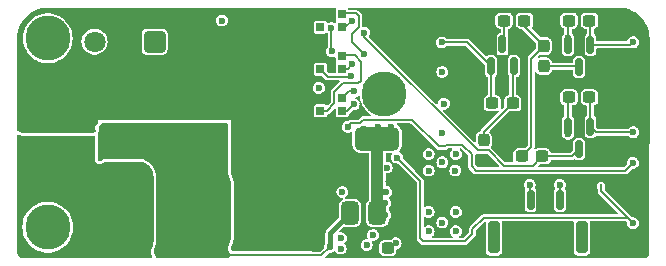
<source format=gbr>
%TF.GenerationSoftware,KiCad,Pcbnew,8.0.4*%
%TF.CreationDate,2025-03-19T01:09:58-05:00*%
%TF.ProjectId,Melty,4d656c74-792e-46b6-9963-61645f706362,rev?*%
%TF.SameCoordinates,Original*%
%TF.FileFunction,Copper,L6,Bot*%
%TF.FilePolarity,Positive*%
%FSLAX46Y46*%
G04 Gerber Fmt 4.6, Leading zero omitted, Abs format (unit mm)*
G04 Created by KiCad (PCBNEW 8.0.4) date 2025-03-19 01:09:58*
%MOMM*%
%LPD*%
G01*
G04 APERTURE LIST*
G04 Aperture macros list*
%AMRoundRect*
0 Rectangle with rounded corners*
0 $1 Rounding radius*
0 $2 $3 $4 $5 $6 $7 $8 $9 X,Y pos of 4 corners*
0 Add a 4 corners polygon primitive as box body*
4,1,4,$2,$3,$4,$5,$6,$7,$8,$9,$2,$3,0*
0 Add four circle primitives for the rounded corners*
1,1,$1+$1,$2,$3*
1,1,$1+$1,$4,$5*
1,1,$1+$1,$6,$7*
1,1,$1+$1,$8,$9*
0 Add four rect primitives between the rounded corners*
20,1,$1+$1,$2,$3,$4,$5,0*
20,1,$1+$1,$4,$5,$6,$7,0*
20,1,$1+$1,$6,$7,$8,$9,0*
20,1,$1+$1,$8,$9,$2,$3,0*%
G04 Aperture macros list end*
%TA.AperFunction,ComponentPad*%
%ADD10C,3.800000*%
%TD*%
%TA.AperFunction,ComponentPad*%
%ADD11RoundRect,0.250200X0.649800X0.649800X-0.649800X0.649800X-0.649800X-0.649800X0.649800X-0.649800X0*%
%TD*%
%TA.AperFunction,ComponentPad*%
%ADD12C,1.800000*%
%TD*%
%TA.AperFunction,SMDPad,CuDef*%
%ADD13RoundRect,1.250000X1.250000X-2.750000X1.250000X2.750000X-1.250000X2.750000X-1.250000X-2.750000X0*%
%TD*%
%TA.AperFunction,ComponentPad*%
%ADD14R,3.000000X3.000000*%
%TD*%
%TA.AperFunction,ComponentPad*%
%ADD15C,3.000000*%
%TD*%
%TA.AperFunction,SMDPad,CuDef*%
%ADD16RoundRect,0.150000X-0.150000X0.587500X-0.150000X-0.587500X0.150000X-0.587500X0.150000X0.587500X0*%
%TD*%
%TA.AperFunction,SMDPad,CuDef*%
%ADD17RoundRect,0.237500X0.300000X0.237500X-0.300000X0.237500X-0.300000X-0.237500X0.300000X-0.237500X0*%
%TD*%
%TA.AperFunction,SMDPad,CuDef*%
%ADD18RoundRect,0.237500X-0.237500X0.300000X-0.237500X-0.300000X0.237500X-0.300000X0.237500X0.300000X0*%
%TD*%
%TA.AperFunction,SMDPad,CuDef*%
%ADD19RoundRect,0.237500X-0.300000X-0.237500X0.300000X-0.237500X0.300000X0.237500X-0.300000X0.237500X0*%
%TD*%
%TA.AperFunction,SMDPad,CuDef*%
%ADD20R,0.700000X0.700000*%
%TD*%
%TA.AperFunction,SMDPad,CuDef*%
%ADD21RoundRect,0.150000X0.150000X-0.587500X0.150000X0.587500X-0.150000X0.587500X-0.150000X-0.587500X0*%
%TD*%
%TA.AperFunction,SMDPad,CuDef*%
%ADD22RoundRect,0.375000X0.375000X-0.625000X0.375000X0.625000X-0.375000X0.625000X-0.375000X-0.625000X0*%
%TD*%
%TA.AperFunction,SMDPad,CuDef*%
%ADD23RoundRect,0.500000X1.400000X-0.500000X1.400000X0.500000X-1.400000X0.500000X-1.400000X-0.500000X0*%
%TD*%
%TA.AperFunction,SMDPad,CuDef*%
%ADD24RoundRect,0.062500X-0.062500X0.117500X-0.062500X-0.117500X0.062500X-0.117500X0.062500X0.117500X0*%
%TD*%
%TA.AperFunction,SMDPad,CuDef*%
%ADD25RoundRect,0.150000X0.150000X0.700000X-0.150000X0.700000X-0.150000X-0.700000X0.150000X-0.700000X0*%
%TD*%
%TA.AperFunction,SMDPad,CuDef*%
%ADD26RoundRect,0.250000X0.250000X1.100000X-0.250000X1.100000X-0.250000X-1.100000X0.250000X-1.100000X0*%
%TD*%
%TA.AperFunction,SMDPad,CuDef*%
%ADD27RoundRect,1.250000X-1.250000X-2.250000X1.250000X-2.250000X1.250000X2.250000X-1.250000X2.250000X0*%
%TD*%
%TA.AperFunction,ViaPad*%
%ADD28C,0.600000*%
%TD*%
%TA.AperFunction,ViaPad*%
%ADD29C,0.450000*%
%TD*%
%TA.AperFunction,Conductor*%
%ADD30C,0.200000*%
%TD*%
%TA.AperFunction,Conductor*%
%ADD31C,0.400000*%
%TD*%
%TA.AperFunction,Conductor*%
%ADD32C,1.000000*%
%TD*%
G04 APERTURE END LIST*
D10*
%TO.P,REF\u002A\u002A,1*%
%TO.N,N/C*%
X153000000Y-52500000D03*
%TD*%
%TO.P,REF\u002A\u002A,1*%
%TO.N,N/C*%
X181500000Y-57200000D03*
%TD*%
%TO.P,REF\u002A\u002A,1*%
%TO.N,N/C*%
X153000000Y-68500000D03*
%TD*%
D11*
%TO.P,U5,1,OUT*%
%TO.N,/IR*%
X162040000Y-52775000D03*
D12*
%TO.P,U5,2,GND*%
%TO.N,GND*%
X159500000Y-52775000D03*
%TO.P,U5,3,Vs*%
%TO.N,+3V3*%
X156960000Y-52775000D03*
%TD*%
D13*
%TO.P,J5,2,Pin_2*%
%TO.N,Net-(J4-Pin_1)*%
X159425000Y-66950000D03*
%TD*%
D14*
%TO.P,J4,1,Pin_1*%
%TO.N,Net-(J4-Pin_1)*%
X153000000Y-63000000D03*
D15*
%TO.P,J4,2,Pin_2*%
%TO.N,GND*%
X153000000Y-58000000D03*
%TD*%
D16*
%TO.P,Q3,1,G*%
%TO.N,+3V3*%
X197050000Y-60000000D03*
%TO.P,Q3,2,S*%
%TO.N,/LED*%
X198950000Y-60000000D03*
%TO.P,Q3,3,D*%
%TO.N,Net-(D1-DIN)*%
X198000000Y-61875000D03*
%TD*%
%TO.P,Q2,1,G*%
%TO.N,+3V3*%
X197050000Y-53062500D03*
%TO.P,Q2,2,S*%
%TO.N,/TX*%
X198950000Y-53062500D03*
%TO.P,Q2,3,D*%
%TO.N,Net-(Q2-D)*%
X198000000Y-54937500D03*
%TD*%
D17*
%TO.P,R1,1*%
%TO.N,+5V*%
X193362500Y-51000000D03*
%TO.P,R1,2*%
%TO.N,Net-(Q1-D)*%
X191637500Y-51000000D03*
%TD*%
D18*
%TO.P,C4,1*%
%TO.N,+3V3*%
X189900000Y-61137500D03*
%TO.P,C4,2*%
%TO.N,GND*%
X189900000Y-62862500D03*
%TD*%
D19*
%TO.P,C6,1*%
%TO.N,+3V3*%
X181787500Y-70250000D03*
%TO.P,C6,2*%
%TO.N,GND*%
X183512500Y-70250000D03*
%TD*%
%TO.P,R5,1*%
%TO.N,+3V3*%
X197137500Y-57500000D03*
%TO.P,R5,2*%
%TO.N,/LED*%
X198862500Y-57500000D03*
%TD*%
D20*
%TO.P,D5,1,DOUT*%
%TO.N,Net-(D5-DOUT)*%
X176085000Y-55100000D03*
%TO.P,D5,2,VSS*%
%TO.N,GND*%
X176085000Y-54000000D03*
%TO.P,D5,3,DIN*%
%TO.N,Net-(D4-DOUT)*%
X177915000Y-54000000D03*
%TO.P,D5,4,VDD*%
%TO.N,+5V*%
X177915000Y-55100000D03*
%TD*%
D19*
%TO.P,R6,1*%
%TO.N,+5V*%
X193137500Y-62500000D03*
%TO.P,R6,2*%
%TO.N,Net-(D1-DIN)*%
X194862500Y-62500000D03*
%TD*%
D17*
%TO.P,R3,1*%
%TO.N,+3V3*%
X192362500Y-58000000D03*
%TO.P,R3,2*%
%TO.N,/RX*%
X190637500Y-58000000D03*
%TD*%
D21*
%TO.P,Q1,1,G*%
%TO.N,+3V3*%
X192450000Y-54875000D03*
%TO.P,Q1,2,S*%
%TO.N,/RX*%
X190550000Y-54875000D03*
%TO.P,Q1,3,D*%
%TO.N,Net-(Q1-D)*%
X191500000Y-53000000D03*
%TD*%
D20*
%TO.P,D7,1,DOUT*%
%TO.N,unconnected-(D7-DOUT-Pad1)*%
X176085000Y-51550000D03*
%TO.P,D7,2,VSS*%
%TO.N,GND*%
X176085000Y-50450000D03*
%TO.P,D7,3,DIN*%
%TO.N,Net-(D5-DOUT)*%
X177915000Y-50450000D03*
%TO.P,D7,4,VDD*%
%TO.N,+5V*%
X177915000Y-51550000D03*
%TD*%
D22*
%TO.P,U3,1,GND*%
%TO.N,GND*%
X183200000Y-67300000D03*
%TO.P,U3,2,VO*%
%TO.N,+5V*%
X180900000Y-67300000D03*
D23*
X180900000Y-61000000D03*
D22*
%TO.P,U3,3,VI*%
%TO.N,+BATT*%
X178600000Y-67300000D03*
%TD*%
D24*
%TO.P,D6,1,A1*%
%TO.N,/VSense*%
X199850000Y-65020000D03*
%TO.P,D6,2,A2*%
%TO.N,GND*%
X199850000Y-64180000D03*
%TD*%
D20*
%TO.P,D4,1,DOUT*%
%TO.N,Net-(D4-DOUT)*%
X176085000Y-58650000D03*
%TO.P,D4,2,VSS*%
%TO.N,GND*%
X176085000Y-57550000D03*
%TO.P,D4,3,DIN*%
%TO.N,Net-(D3-DOUT)*%
X177915000Y-57550000D03*
%TO.P,D4,4,VDD*%
%TO.N,+5V*%
X177915000Y-58650000D03*
%TD*%
D19*
%TO.P,R4,1*%
%TO.N,+3V3*%
X197137500Y-51000000D03*
%TO.P,R4,2*%
%TO.N,/TX*%
X198862500Y-51000000D03*
%TD*%
D25*
%TO.P,J1,1,Pin_1*%
%TO.N,/ESC1*%
X196375000Y-66150000D03*
%TO.P,J1,2,Pin_2*%
%TO.N,GND*%
X195125000Y-66150000D03*
%TO.P,J1,3,Pin_3*%
%TO.N,/ESC2*%
X193875000Y-66150000D03*
%TO.P,J1,4,Pin_4*%
%TO.N,GND*%
X192625000Y-66150000D03*
D26*
%TO.P,J1,MP*%
%TO.N,N/C*%
X198225000Y-69350000D03*
X190775000Y-69350000D03*
%TD*%
D18*
%TO.P,R2,1*%
%TO.N,+5V*%
X195000000Y-53137500D03*
%TO.P,R2,2*%
%TO.N,Net-(Q2-D)*%
X195000000Y-54862500D03*
%TD*%
D27*
%TO.P,J2,1,Pin_1*%
%TO.N,+BATT*%
X166000000Y-67075000D03*
%TO.P,J2,2,Pin_2*%
%TO.N,GND*%
X173000000Y-67075000D03*
%TD*%
D28*
%TO.N,+5V*%
X181650000Y-65500000D03*
D29*
%TO.N,GND*%
X175000000Y-65400000D03*
X172000000Y-69400000D03*
X173000000Y-66400000D03*
X174000000Y-68400000D03*
D28*
X195100000Y-64850000D03*
X175275460Y-58100000D03*
X179650000Y-69150000D03*
D29*
X171000000Y-66400000D03*
X171000000Y-68400000D03*
D28*
X183800000Y-66450000D03*
D29*
X175000000Y-69400000D03*
X172000000Y-67400000D03*
D28*
X182600000Y-66450000D03*
D29*
X174000000Y-65400000D03*
D28*
X186400000Y-65550000D03*
D29*
X173000000Y-68400000D03*
D28*
X175275460Y-51002962D03*
D29*
X171000000Y-67400000D03*
D28*
X187550000Y-66250000D03*
X185250000Y-64800000D03*
X189900000Y-62900000D03*
D29*
X173000000Y-67400000D03*
X173000000Y-69400000D03*
D28*
X187500000Y-64800000D03*
D29*
X174000000Y-66400000D03*
D28*
X165250000Y-51050000D03*
X185250000Y-66250000D03*
D29*
X172000000Y-66400000D03*
X174000000Y-67400000D03*
X173000000Y-65400000D03*
X175000000Y-67400000D03*
X175000000Y-66400000D03*
D28*
X192650000Y-64900000D03*
D29*
X171000000Y-69400000D03*
D28*
X175275460Y-54550000D03*
D29*
X172000000Y-68400000D03*
X172000000Y-65400000D03*
X171000000Y-65400000D03*
X175000000Y-68400000D03*
X174000000Y-69400000D03*
%TO.N,+BATT*%
X166100000Y-68400000D03*
X166100000Y-66400000D03*
X168100000Y-67400000D03*
X168100000Y-66400000D03*
X168100000Y-69400000D03*
X160500000Y-62000000D03*
X161500000Y-60100000D03*
X161500000Y-62000000D03*
X165100000Y-67400000D03*
X168100000Y-65400000D03*
X160500000Y-60100000D03*
X159500000Y-60100000D03*
X164100000Y-66400000D03*
X165100000Y-68400000D03*
X157500000Y-61000000D03*
X160500000Y-61000000D03*
X166100000Y-69400000D03*
X157500000Y-60100000D03*
X167100000Y-68400000D03*
X157500000Y-62000000D03*
X165100000Y-69400000D03*
X167100000Y-65400000D03*
X168100000Y-68400000D03*
X166100000Y-65400000D03*
X159500000Y-62000000D03*
X167100000Y-67400000D03*
X164100000Y-65400000D03*
X166100000Y-67400000D03*
X164100000Y-67400000D03*
D28*
X176900000Y-70150000D03*
D29*
X165100000Y-66400000D03*
X158500000Y-62000000D03*
X164100000Y-69400000D03*
X158500000Y-61000000D03*
X159500000Y-61000000D03*
X165100000Y-65400000D03*
X158500000Y-60100000D03*
X167100000Y-69400000D03*
X164100000Y-68400000D03*
X161500000Y-61000000D03*
X167100000Y-66400000D03*
D28*
%TO.N,+5V*%
X181550000Y-67450000D03*
X181550000Y-66450000D03*
X167750000Y-51000000D03*
X180950000Y-60000000D03*
X182100000Y-60000000D03*
X193100000Y-62500000D03*
X180600000Y-67350000D03*
X195000000Y-53150000D03*
X187550000Y-67200000D03*
X178900000Y-58086194D03*
X185250000Y-68850000D03*
X185250000Y-67200000D03*
X178724540Y-50997038D03*
X193350000Y-51000000D03*
X181025000Y-64575000D03*
X178800000Y-54700000D03*
X180650000Y-66550000D03*
X179812932Y-60171670D03*
X181692463Y-63442463D03*
X186400000Y-68100000D03*
X187550000Y-68850000D03*
%TO.N,+3V3*%
X197050000Y-60600000D03*
X185250000Y-62300000D03*
X192450000Y-54900000D03*
X182453399Y-69850252D03*
X197150000Y-57550000D03*
X177950000Y-65509620D03*
X197150000Y-51000000D03*
X180550000Y-69150000D03*
X189900000Y-61150000D03*
X192400000Y-58000000D03*
X185250000Y-63700000D03*
X187550000Y-62300000D03*
X186400000Y-63000000D03*
X197050000Y-52500000D03*
X187500000Y-63700000D03*
%TO.N,Net-(D1-DIN)*%
X179759620Y-52009620D03*
%TO.N,Net-(D1-DOUT)*%
X177067505Y-53600000D03*
X177000000Y-51650000D03*
%TO.N,Net-(D3-DOUT)*%
X175950000Y-56699998D03*
X178950000Y-57000000D03*
%TO.N,/VSense*%
X202550000Y-68150000D03*
X182550000Y-62600000D03*
%TO.N,/ESC2*%
X193800000Y-64900000D03*
%TO.N,/ESC1*%
X196350000Y-64900000D03*
%TO.N,/RX*%
X186350000Y-52850000D03*
%TO.N,Net-(Q1-D)*%
X191550000Y-51100000D03*
%TO.N,/TX*%
X202561364Y-52833000D03*
%TO.N,Net-(Q2-D)*%
X195000000Y-54850000D03*
%TO.N,/LED*%
X202561364Y-60453000D03*
%TO.N,/SCK*%
X177809311Y-69418621D03*
X186400000Y-55350000D03*
%TO.N,/MOSI*%
X177800000Y-70300000D03*
X186350000Y-60500000D03*
%TO.N,/IR*%
X178400000Y-60000000D03*
X202550000Y-63050000D03*
%TO.N,/MISO*%
X186534620Y-58034620D03*
X180000000Y-70000000D03*
D29*
%TO.N,Net-(J4-Pin_1)*%
X156500000Y-62000000D03*
X157500000Y-67000000D03*
X155500000Y-64000000D03*
X156500000Y-66000000D03*
X157500000Y-70000000D03*
X155500000Y-62000000D03*
X160500000Y-69000000D03*
X158500000Y-68000000D03*
X156500000Y-69000000D03*
X160500000Y-68000000D03*
X161500000Y-68000000D03*
X160500000Y-67000000D03*
X159500000Y-70000000D03*
X156500000Y-70000000D03*
X157500000Y-68000000D03*
X161500000Y-67000000D03*
X159500000Y-68000000D03*
X156500000Y-65000000D03*
X156500000Y-64000000D03*
X156500000Y-61000000D03*
X158500000Y-67000000D03*
X161500000Y-70000000D03*
X161500000Y-69000000D03*
X160500000Y-70000000D03*
X155500000Y-63000000D03*
X159500000Y-67000000D03*
X159500000Y-69000000D03*
X158500000Y-70000000D03*
X156500000Y-67000000D03*
X156500000Y-68000000D03*
X157500000Y-69000000D03*
X155500000Y-61000000D03*
X158500000Y-69000000D03*
X155500000Y-65000000D03*
X156500000Y-63000000D03*
D28*
%TO.N,Net-(D5-DOUT)*%
X179750000Y-53850000D03*
X178700000Y-55700000D03*
%TD*%
D30*
%TO.N,GND*%
X175828422Y-50450000D02*
X176085000Y-50450000D01*
X175825460Y-57550000D02*
X176085000Y-57550000D01*
X175825460Y-54000000D02*
X176085000Y-54000000D01*
X183512500Y-70250000D02*
X183512500Y-67612500D01*
X175275460Y-58100000D02*
X175825460Y-57550000D01*
X183512500Y-67612500D02*
X183200000Y-67300000D01*
X175275460Y-54550000D02*
X175825460Y-54000000D01*
X175275460Y-51002962D02*
X175828422Y-50450000D01*
D31*
%TO.N,+BATT*%
X176900000Y-69000000D02*
X176900000Y-70150000D01*
D30*
X176900000Y-70150000D02*
X176175000Y-70875000D01*
X166175000Y-70875000D02*
X166000000Y-70700000D01*
X176175000Y-70875000D02*
X166175000Y-70875000D01*
D31*
X178600000Y-67300000D02*
X176900000Y-69000000D01*
D30*
%TO.N,+5V*%
X193921814Y-54215686D02*
X194987500Y-53150000D01*
X178400000Y-55100000D02*
X177915000Y-55100000D01*
X178800000Y-54700000D02*
X178400000Y-55100000D01*
X195000000Y-53137500D02*
X193362500Y-51500000D01*
X178336194Y-58650000D02*
X178900000Y-58086194D01*
X193362500Y-51500000D02*
X193350000Y-51000000D01*
X193100000Y-62537500D02*
X193921814Y-61715686D01*
X193921814Y-61715686D02*
X193921814Y-54215686D01*
X193100000Y-62500000D02*
X193100000Y-62537500D01*
D31*
X181025000Y-64575000D02*
X180900000Y-64450000D01*
D32*
X180900000Y-64450000D02*
X180900000Y-61000000D01*
D30*
X193350000Y-51000000D02*
X193362500Y-51000000D01*
X178171578Y-51550000D02*
X177915000Y-51550000D01*
X178724540Y-50997038D02*
X178171578Y-51550000D01*
X193137500Y-62500000D02*
X193137500Y-62500000D01*
X177915000Y-58650000D02*
X178336194Y-58650000D01*
D31*
X181025000Y-64575000D02*
X180900000Y-64700000D01*
D30*
X195000000Y-53150000D02*
X195000000Y-53137500D01*
X193137500Y-62500000D02*
X193100000Y-62500000D01*
X195000000Y-53137500D02*
X195000000Y-53137500D01*
X194987500Y-53150000D02*
X195000000Y-53150000D01*
D32*
X180900000Y-64700000D02*
X180900000Y-67300000D01*
D30*
%TO.N,+3V3*%
X192400000Y-58000000D02*
X192400000Y-57962500D01*
X197150000Y-57550000D02*
X197150000Y-57487500D01*
X197050000Y-53062500D02*
X197050000Y-51087500D01*
X197087500Y-57550000D02*
X197150000Y-57550000D01*
X192425000Y-54900000D02*
X192450000Y-54900000D01*
X197050000Y-57587500D02*
X197087500Y-57550000D01*
X197150000Y-51000000D02*
X197150000Y-50987500D01*
X189900000Y-61137500D02*
X189900000Y-60462500D01*
X197150000Y-57487500D02*
X197137500Y-57500000D01*
X192400000Y-57962500D02*
X192362500Y-58000000D01*
X197137500Y-57500000D02*
X197137500Y-57412500D01*
X197150000Y-50987500D02*
X197137500Y-51000000D01*
X197050000Y-60000000D02*
X197050000Y-57587500D01*
X192450000Y-54875000D02*
X192450000Y-54875000D01*
X192450000Y-54900000D02*
X192450000Y-54875000D01*
X197137500Y-51000000D02*
X197150000Y-51000000D01*
X192362500Y-58000000D02*
X192362500Y-54962500D01*
X197050000Y-51087500D02*
X197137500Y-51000000D01*
X192362500Y-54962500D02*
X192425000Y-54900000D01*
X197137500Y-57412500D02*
X197050000Y-57325000D01*
X192362500Y-58000000D02*
X192400000Y-58000000D01*
X189900000Y-60462500D02*
X192362500Y-58000000D01*
%TO.N,Net-(D1-DIN)*%
X179759620Y-52348350D02*
X179759620Y-52009620D01*
X197375000Y-62500000D02*
X194862500Y-62500000D01*
X191616722Y-63275000D02*
X190341722Y-62000000D01*
X198000000Y-61875000D02*
X197375000Y-62500000D01*
X189411270Y-62000000D02*
X179759620Y-52348350D01*
X190341722Y-62000000D02*
X189411270Y-62000000D01*
X194087500Y-63275000D02*
X191616722Y-63275000D01*
X194862500Y-62500000D02*
X194087500Y-63275000D01*
%TO.N,Net-(D1-DOUT)*%
X177067505Y-53600000D02*
X177000000Y-53532495D01*
X177000000Y-53532495D02*
X177000000Y-51650000D01*
%TO.N,Net-(D3-DOUT)*%
X178465000Y-57000000D02*
X177915000Y-57550000D01*
X178950000Y-57000000D02*
X178465000Y-57000000D01*
%TO.N,Net-(D4-DOUT)*%
X177265000Y-57035000D02*
X178000000Y-56300000D01*
X179494365Y-56094365D02*
X179494365Y-54465372D01*
X179494365Y-54465372D02*
X178973069Y-53944076D01*
X177970924Y-53944076D02*
X177915000Y-54000000D01*
X178000000Y-56300000D02*
X179288730Y-56300000D01*
X179288730Y-56300000D02*
X179494365Y-56094365D01*
X178973069Y-53944076D02*
X177970924Y-53944076D01*
X176635000Y-58650000D02*
X177265000Y-58020000D01*
X177265000Y-58020000D02*
X177265000Y-57035000D01*
X176085000Y-58650000D02*
X176635000Y-58650000D01*
%TO.N,/VSense*%
X200500000Y-66100000D02*
X199850000Y-65450000D01*
X199850000Y-65450000D02*
X199850000Y-65020000D01*
X202550000Y-68150000D02*
X200500000Y-66100000D01*
X202100000Y-67700000D02*
X202550000Y-68150000D01*
X184550000Y-64600000D02*
X184550000Y-69450000D01*
X182550000Y-62600000D02*
X184550000Y-64600000D01*
X188950000Y-68650000D02*
X189900000Y-67700000D01*
X189900000Y-67700000D02*
X202100000Y-67700000D01*
X184800000Y-69700000D02*
X188300000Y-69700000D01*
X184550000Y-69450000D02*
X184800000Y-69700000D01*
X188950000Y-69050000D02*
X188950000Y-68650000D01*
X188300000Y-69700000D02*
X188950000Y-69050000D01*
%TO.N,/ESC2*%
X193800000Y-66075000D02*
X193875000Y-66150000D01*
X193800000Y-64900000D02*
X193800000Y-66075000D01*
%TO.N,/ESC1*%
X196350000Y-66125000D02*
X196375000Y-66150000D01*
X196350000Y-64900000D02*
X196350000Y-66125000D01*
%TO.N,/RX*%
X188525000Y-52850000D02*
X186350000Y-52850000D01*
X190550000Y-54875000D02*
X188525000Y-52850000D01*
X190550000Y-57912500D02*
X190637500Y-58000000D01*
X190550000Y-54875000D02*
X190550000Y-57912500D01*
%TO.N,Net-(Q1-D)*%
X191637500Y-51000000D02*
X191637500Y-52862500D01*
X191637500Y-52862500D02*
X191500000Y-53000000D01*
%TO.N,/TX*%
X198950000Y-53062500D02*
X198950000Y-51087500D01*
X202331864Y-53062500D02*
X202561364Y-52833000D01*
X198950000Y-53062500D02*
X202331864Y-53062500D01*
X198950000Y-51087500D02*
X198862500Y-51000000D01*
%TO.N,Net-(Q2-D)*%
X195000000Y-54862500D02*
X197925000Y-54862500D01*
X197925000Y-54862500D02*
X198000000Y-54937500D01*
%TO.N,/LED*%
X198950000Y-60000000D02*
X198950000Y-57587500D01*
X198950000Y-60000000D02*
X199403000Y-60453000D01*
X199403000Y-60453000D02*
X202561364Y-60453000D01*
X198950000Y-57587500D02*
X198862500Y-57500000D01*
%TO.N,/IR*%
X188100000Y-61500000D02*
X186750000Y-61500000D01*
X188900000Y-63350000D02*
X188900000Y-62300000D01*
X186750000Y-61500000D02*
X186600000Y-61650000D01*
X179715686Y-59400000D02*
X179415686Y-59700000D01*
X188900000Y-62300000D02*
X188100000Y-61500000D01*
X179415686Y-59700000D02*
X178700000Y-59700000D01*
X186600000Y-61650000D02*
X186100000Y-61650000D01*
X183850000Y-59400000D02*
X179715686Y-59400000D01*
X186100000Y-61650000D02*
X183850000Y-59400000D01*
X201900000Y-63700000D02*
X189300000Y-63700000D01*
X189300000Y-63700000D02*
X189275000Y-63725000D01*
X178700000Y-59700000D02*
X178400000Y-60000000D01*
X202550000Y-63050000D02*
X201900000Y-63700000D01*
X189275000Y-63725000D02*
X188900000Y-63350000D01*
%TO.N,Net-(D5-DOUT)*%
X179097038Y-50397038D02*
X177967962Y-50397038D01*
X177967962Y-50397038D02*
X177915000Y-50450000D01*
X179324540Y-51525460D02*
X179324540Y-50624540D01*
X176085000Y-55100000D02*
X176735000Y-55750000D01*
X178650000Y-55750000D02*
X178700000Y-55700000D01*
X178750000Y-52100000D02*
X179324540Y-51525460D01*
X178750000Y-52850000D02*
X178750000Y-52100000D01*
X179750000Y-53850000D02*
X178750000Y-52850000D01*
X179324540Y-50624540D02*
X179097038Y-50397038D01*
X176735000Y-55750000D02*
X178650000Y-55750000D01*
%TD*%
%TA.AperFunction,Conductor*%
%TO.N,GND*%
G36*
X175400000Y-55050000D02*
G01*
X175400000Y-56660120D01*
X175394750Y-56699997D01*
X175394750Y-56699998D01*
X175400000Y-56739874D01*
X175400000Y-70524500D01*
X168674000Y-70524500D01*
X168606961Y-70504815D01*
X168561206Y-70452011D01*
X168550000Y-70400500D01*
X168550000Y-70108784D01*
X168567476Y-70045312D01*
X168602656Y-69986273D01*
X168662080Y-69833980D01*
X168693046Y-69754625D01*
X168693046Y-69754621D01*
X168693050Y-69754614D01*
X168744081Y-69511237D01*
X168750500Y-69407842D01*
X168750500Y-64742158D01*
X168744081Y-64638763D01*
X168693050Y-64395386D01*
X168693048Y-64395381D01*
X168693046Y-64395374D01*
X168602656Y-64163728D01*
X168602656Y-64163727D01*
X168567477Y-64104688D01*
X168550000Y-64041215D01*
X168550000Y-60450003D01*
X168550000Y-60450000D01*
X168550000Y-59450000D01*
X167550000Y-59450000D01*
X167549997Y-59450000D01*
X157774992Y-59450000D01*
X157250000Y-59450000D01*
X157250000Y-59695436D01*
X157185413Y-59736942D01*
X157185409Y-59736946D01*
X157095872Y-59840278D01*
X157095867Y-59840285D01*
X157039070Y-59964654D01*
X157039068Y-59964662D01*
X157019610Y-60100000D01*
X157039068Y-60235341D01*
X157039069Y-60235345D01*
X157050394Y-60260141D01*
X157060338Y-60329300D01*
X157031313Y-60392855D01*
X157013086Y-60410029D01*
X157000451Y-60419724D01*
X156972418Y-60435909D01*
X156875961Y-60475863D01*
X156844694Y-60484241D01*
X156746010Y-60497233D01*
X156733058Y-60498939D01*
X156716874Y-60500000D01*
X151008845Y-60500000D01*
X150996694Y-60499403D01*
X150819866Y-60481991D01*
X150796030Y-60477251D01*
X150631850Y-60427460D01*
X150609398Y-60418163D01*
X150514640Y-60367530D01*
X150469105Y-60343198D01*
X150419255Y-60294243D01*
X150403546Y-60233886D01*
X150401465Y-54951579D01*
X175400000Y-55050000D01*
G37*
%TD.AperFunction*%
%TD*%
%TA.AperFunction,Conductor*%
%TO.N,Net-(J4-Pin_1)*%
G36*
X150563752Y-60673799D02*
G01*
X150721868Y-60721751D01*
X150721874Y-60721752D01*
X150721879Y-60721754D01*
X150746197Y-60727844D01*
X150770033Y-60732584D01*
X150794828Y-60736261D01*
X150794834Y-60736261D01*
X150794837Y-60736262D01*
X150971645Y-60753672D01*
X150971648Y-60753672D01*
X150971656Y-60753673D01*
X150984156Y-60754595D01*
X150996307Y-60755192D01*
X151008845Y-60755500D01*
X151008864Y-60755500D01*
X156716862Y-60755500D01*
X156716874Y-60755500D01*
X156733588Y-60754953D01*
X156749772Y-60753892D01*
X156766424Y-60752251D01*
X156779376Y-60750545D01*
X156779375Y-60750544D01*
X156781044Y-60750324D01*
X156854318Y-60740678D01*
X156923352Y-60751444D01*
X156975607Y-60797825D01*
X156994500Y-60863617D01*
X156994500Y-62786263D01*
X156999454Y-62836328D01*
X156999456Y-62836336D01*
X157008979Y-62883983D01*
X157008986Y-62884015D01*
X157014513Y-62906372D01*
X157060883Y-62994613D01*
X157060886Y-62994618D01*
X157104818Y-63048926D01*
X157104834Y-63048944D01*
X157129035Y-63073930D01*
X157136518Y-63081656D01*
X157223241Y-63130824D01*
X157289577Y-63152764D01*
X157289585Y-63152765D01*
X157289596Y-63152769D01*
X157310353Y-63157632D01*
X157333920Y-63163154D01*
X157433458Y-63157632D01*
X157433461Y-63157631D01*
X157433463Y-63157631D01*
X157501112Y-63140229D01*
X157501110Y-63140229D01*
X157501124Y-63140226D01*
X157568261Y-63112269D01*
X157617508Y-63082922D01*
X157635889Y-63073936D01*
X157808972Y-63006399D01*
X157828574Y-63000562D01*
X158014285Y-62961622D01*
X158032043Y-62959222D01*
X158078911Y-62956313D01*
X158096238Y-62955238D01*
X158103919Y-62955000D01*
X159500000Y-62955000D01*
X159500000Y-63000000D01*
X160993912Y-63000000D01*
X161006043Y-63000595D01*
X161015943Y-63001570D01*
X161048856Y-63009453D01*
X161214094Y-63073930D01*
X161232491Y-63082924D01*
X161392102Y-63178031D01*
X161408771Y-63189932D01*
X161550527Y-63309995D01*
X161565006Y-63324474D01*
X161685070Y-63466233D01*
X161696965Y-63482892D01*
X161792073Y-63642504D01*
X161801066Y-63660900D01*
X161868596Y-63833965D01*
X161874439Y-63853588D01*
X161913374Y-64039278D01*
X161915775Y-64057040D01*
X161919762Y-64121246D01*
X161920000Y-64128931D01*
X161920000Y-69771067D01*
X161919762Y-69778752D01*
X161915775Y-69842958D01*
X161913374Y-69860719D01*
X161874440Y-70046406D01*
X161868596Y-70066035D01*
X161796003Y-70252073D01*
X161794550Y-70255633D01*
X161771148Y-70310517D01*
X161771143Y-70310532D01*
X161753668Y-70373999D01*
X161753666Y-70374009D01*
X161744500Y-70441825D01*
X161744500Y-70486231D01*
X161744809Y-70498804D01*
X161745413Y-70511023D01*
X161746345Y-70523603D01*
X161758006Y-70641432D01*
X161758008Y-70641440D01*
X161758309Y-70644481D01*
X161758309Y-70644484D01*
X161759163Y-70653112D01*
X161763933Y-70701309D01*
X161763938Y-70701347D01*
X161767646Y-70726220D01*
X161772433Y-70750168D01*
X161778588Y-70774617D01*
X161778589Y-70774622D01*
X161828884Y-70939574D01*
X161834860Y-70956187D01*
X161839026Y-71025933D01*
X161814032Y-71076817D01*
X161797422Y-71097056D01*
X161739679Y-71136391D01*
X161701569Y-71142393D01*
X151014064Y-71142393D01*
X151000181Y-71141613D01*
X150975195Y-71138797D01*
X150887588Y-71128927D01*
X150860518Y-71122749D01*
X150760178Y-71087639D01*
X150735160Y-71075591D01*
X150645150Y-71019034D01*
X150623441Y-71001721D01*
X150548278Y-70926558D01*
X150530965Y-70904849D01*
X150474408Y-70814839D01*
X150462360Y-70789821D01*
X150457040Y-70774618D01*
X150427249Y-70689479D01*
X150421072Y-70662410D01*
X150420024Y-70653112D01*
X150408387Y-70549819D01*
X150407607Y-70535936D01*
X150407607Y-70476531D01*
X150407580Y-70476166D01*
X150406801Y-68500000D01*
X150844475Y-68500000D01*
X150864551Y-68793511D01*
X150864552Y-68793513D01*
X150924404Y-69081543D01*
X150924409Y-69081559D01*
X151022927Y-69358762D01*
X151158278Y-69619977D01*
X151158282Y-69619983D01*
X151327932Y-69860323D01*
X151327935Y-69860326D01*
X151520054Y-70066035D01*
X151528743Y-70075338D01*
X151656384Y-70179181D01*
X151756951Y-70260999D01*
X151756953Y-70261000D01*
X151756954Y-70261001D01*
X152008319Y-70413860D01*
X152008324Y-70413862D01*
X152260975Y-70523603D01*
X152278159Y-70531067D01*
X152561445Y-70610440D01*
X152809111Y-70644481D01*
X152852901Y-70650500D01*
X152852902Y-70650500D01*
X153147099Y-70650500D01*
X153190889Y-70644481D01*
X153438555Y-70610440D01*
X153721841Y-70531067D01*
X153991682Y-70413859D01*
X154243049Y-70260999D01*
X154471260Y-70075335D01*
X154672065Y-69860326D01*
X154841722Y-69619976D01*
X154977072Y-69358764D01*
X155075592Y-69081554D01*
X155075592Y-69081549D01*
X155075595Y-69081543D01*
X155108511Y-68923135D01*
X155135448Y-68793511D01*
X155155525Y-68500000D01*
X155135448Y-68206489D01*
X155118089Y-68122955D01*
X155075595Y-67918456D01*
X155075590Y-67918440D01*
X154977072Y-67641237D01*
X154977072Y-67641236D01*
X154841722Y-67380024D01*
X154841721Y-67380022D01*
X154841717Y-67380016D01*
X154672067Y-67139676D01*
X154471256Y-66924661D01*
X154243045Y-66738998D01*
X153991680Y-66586139D01*
X153991675Y-66586137D01*
X153721845Y-66468934D01*
X153438560Y-66389561D01*
X153438556Y-66389560D01*
X153438555Y-66389560D01*
X153292826Y-66369530D01*
X153147099Y-66349500D01*
X153147098Y-66349500D01*
X152852902Y-66349500D01*
X152852901Y-66349500D01*
X152561445Y-66389560D01*
X152561439Y-66389561D01*
X152278154Y-66468934D01*
X152008324Y-66586137D01*
X152008319Y-66586139D01*
X151756954Y-66738998D01*
X151528743Y-66924661D01*
X151327932Y-67139676D01*
X151158282Y-67380016D01*
X151158278Y-67380022D01*
X151022927Y-67641237D01*
X150924409Y-67918440D01*
X150924404Y-67918456D01*
X150864552Y-68206486D01*
X150864551Y-68206488D01*
X150844475Y-68500000D01*
X150406801Y-68500000D01*
X150403765Y-60792508D01*
X150423423Y-60725464D01*
X150476209Y-60679688D01*
X150545364Y-60669717D01*
X150563752Y-60673799D01*
G37*
%TD.AperFunction*%
%TD*%
%TA.AperFunction,Conductor*%
%TO.N,+BATT*%
G36*
X168234214Y-59725185D02*
G01*
X168245828Y-59733637D01*
X168247655Y-59735136D01*
X168264845Y-59752322D01*
X168266347Y-59754153D01*
X168293665Y-59818459D01*
X168294500Y-59832824D01*
X168294500Y-64041218D01*
X168303666Y-64109041D01*
X168321144Y-64172515D01*
X168347987Y-64235473D01*
X168347989Y-64235477D01*
X168367069Y-64267498D01*
X168376062Y-64285893D01*
X168443596Y-64458963D01*
X168449440Y-64478592D01*
X168488374Y-64664278D01*
X168490775Y-64682040D01*
X168494762Y-64746246D01*
X168495000Y-64753931D01*
X168495000Y-69396067D01*
X168494762Y-69403752D01*
X168490775Y-69467958D01*
X168488374Y-69485720D01*
X168449440Y-69671403D01*
X168443597Y-69691029D01*
X168424250Y-69740613D01*
X168424249Y-69740615D01*
X168376065Y-69864100D01*
X168367071Y-69882497D01*
X168347990Y-69914518D01*
X168347986Y-69914526D01*
X168321146Y-69977479D01*
X168321142Y-69977491D01*
X168303668Y-70040955D01*
X168303666Y-70040963D01*
X168294500Y-70108782D01*
X168294500Y-70400502D01*
X168300338Y-70454812D01*
X168311543Y-70506318D01*
X168311546Y-70506327D01*
X168318779Y-70532692D01*
X168318783Y-70532703D01*
X168368105Y-70619318D01*
X168368110Y-70619325D01*
X168368112Y-70619328D01*
X168406817Y-70663995D01*
X168413866Y-70672131D01*
X168413872Y-70672137D01*
X168445218Y-70702385D01*
X168479791Y-70763101D01*
X168476050Y-70832871D01*
X168468613Y-70849803D01*
X168388758Y-71000063D01*
X168375380Y-71020209D01*
X168313000Y-71096739D01*
X168255390Y-71136264D01*
X168216888Y-71142393D01*
X162304625Y-71142393D01*
X162237586Y-71122708D01*
X162209038Y-71097381D01*
X162177933Y-71059736D01*
X162164319Y-71039487D01*
X162082660Y-70887587D01*
X162073273Y-70865045D01*
X162022980Y-70700101D01*
X162018192Y-70676149D01*
X162012567Y-70619318D01*
X162000603Y-70498429D01*
X162000000Y-70486216D01*
X162000000Y-70441829D01*
X162017477Y-70378354D01*
X162027656Y-70361273D01*
X162118050Y-70129614D01*
X162169081Y-69886237D01*
X162175500Y-69782842D01*
X162175500Y-64117158D01*
X162169081Y-64013763D01*
X162118050Y-63770386D01*
X162118048Y-63770381D01*
X162118046Y-63770374D01*
X162027657Y-63538730D01*
X162027656Y-63538727D01*
X161900366Y-63325106D01*
X161900363Y-63325103D01*
X161900360Y-63325097D01*
X161739651Y-63135350D01*
X161739649Y-63135348D01*
X161549902Y-62974639D01*
X161549894Y-62974634D01*
X161336273Y-62847344D01*
X161336271Y-62847343D01*
X161336269Y-62847342D01*
X161104625Y-62756953D01*
X161104615Y-62756950D01*
X160861238Y-62705919D01*
X160861235Y-62705918D01*
X160757850Y-62699500D01*
X160757842Y-62699500D01*
X158092158Y-62699500D01*
X158092149Y-62699500D01*
X157988764Y-62705918D01*
X157988761Y-62705919D01*
X157745384Y-62756950D01*
X157745374Y-62756953D01*
X157513728Y-62847343D01*
X157513727Y-62847343D01*
X157437473Y-62892781D01*
X157369807Y-62910187D01*
X157303471Y-62888247D01*
X157259528Y-62833926D01*
X157250000Y-62786258D01*
X157250000Y-60556007D01*
X157263605Y-60505535D01*
X157261231Y-60504451D01*
X157263723Y-60498995D01*
X157292748Y-60435440D01*
X157307902Y-60392485D01*
X157313237Y-60292937D01*
X157303293Y-60223778D01*
X157301602Y-60218022D01*
X157301602Y-60148154D01*
X157301806Y-60147467D01*
X157322579Y-60078987D01*
X157331871Y-60056556D01*
X157412775Y-59905195D01*
X157426272Y-59884995D01*
X157535152Y-59752326D01*
X157552367Y-59735117D01*
X157553040Y-59734564D01*
X157554198Y-59733616D01*
X157618519Y-59706328D01*
X157632825Y-59705500D01*
X168167175Y-59705500D01*
X168234214Y-59725185D01*
G37*
%TD.AperFunction*%
%TD*%
%TA.AperFunction,Conductor*%
%TO.N,GND*%
G36*
X177371044Y-49922174D02*
G01*
X177392718Y-49974500D01*
X177380246Y-50015614D01*
X177376133Y-50021768D01*
X177364500Y-50080253D01*
X177364500Y-50819746D01*
X177376133Y-50878232D01*
X177379066Y-50882621D01*
X177420448Y-50944552D01*
X177420451Y-50944554D01*
X177423571Y-50947674D01*
X177445245Y-51000000D01*
X177423571Y-51052326D01*
X177420447Y-51055449D01*
X177376133Y-51121767D01*
X177366461Y-51170394D01*
X177334995Y-51217486D01*
X177279446Y-51228535D01*
X177253876Y-51218210D01*
X177210056Y-51190049D01*
X177210053Y-51190047D01*
X177210050Y-51190046D01*
X177071964Y-51149500D01*
X177071961Y-51149500D01*
X176928039Y-51149500D01*
X176928036Y-51149500D01*
X176789949Y-51190046D01*
X176789941Y-51190049D01*
X176746122Y-51218210D01*
X176690385Y-51228266D01*
X176643863Y-51195963D01*
X176633539Y-51170397D01*
X176623867Y-51121769D01*
X176623105Y-51120629D01*
X176609027Y-51099560D01*
X176579552Y-51055448D01*
X176557343Y-51040608D01*
X176513232Y-51011133D01*
X176513233Y-51011133D01*
X176483989Y-51005316D01*
X176454748Y-50999500D01*
X175715252Y-50999500D01*
X175686010Y-51005316D01*
X175656767Y-51011133D01*
X175590449Y-51055447D01*
X175590447Y-51055449D01*
X175546133Y-51121767D01*
X175546133Y-51121769D01*
X175534500Y-51180252D01*
X175534500Y-51919748D01*
X175542255Y-51958736D01*
X175546133Y-51978232D01*
X175546877Y-51979345D01*
X175590448Y-52044552D01*
X175629889Y-52070906D01*
X175656767Y-52088866D01*
X175656768Y-52088866D01*
X175656769Y-52088867D01*
X175715252Y-52100500D01*
X175715254Y-52100500D01*
X176454746Y-52100500D01*
X176454748Y-52100500D01*
X176513231Y-52088867D01*
X176579552Y-52044552D01*
X176579552Y-52044551D01*
X176584387Y-52041321D01*
X176639935Y-52030271D01*
X176687028Y-52061736D01*
X176699500Y-52102849D01*
X176699500Y-53232814D01*
X176681426Y-53281273D01*
X176642129Y-53326624D01*
X176642128Y-53326626D01*
X176582339Y-53457545D01*
X176561858Y-53600000D01*
X176582339Y-53742454D01*
X176582339Y-53742455D01*
X176582340Y-53742457D01*
X176631454Y-53850000D01*
X176642128Y-53873373D01*
X176736373Y-53982139D01*
X176736374Y-53982140D01*
X176736377Y-53982143D01*
X176857452Y-54059953D01*
X176963908Y-54091211D01*
X176995540Y-54100499D01*
X176995542Y-54100500D01*
X176995544Y-54100500D01*
X177139467Y-54100500D01*
X177178817Y-54088945D01*
X177269652Y-54062274D01*
X177325964Y-54068328D01*
X177361502Y-54112427D01*
X177364500Y-54133276D01*
X177364500Y-54369746D01*
X177376133Y-54428232D01*
X177405608Y-54472343D01*
X177420448Y-54494552D01*
X177420451Y-54494554D01*
X177423571Y-54497674D01*
X177445245Y-54550000D01*
X177423571Y-54602326D01*
X177420447Y-54605449D01*
X177376133Y-54671767D01*
X177364500Y-54730253D01*
X177364500Y-55375500D01*
X177342826Y-55427826D01*
X177290500Y-55449500D01*
X176890123Y-55449500D01*
X176837797Y-55427826D01*
X176657174Y-55247203D01*
X176635500Y-55194877D01*
X176635500Y-54730253D01*
X176635500Y-54730252D01*
X176623867Y-54671769D01*
X176579552Y-54605448D01*
X176557343Y-54590608D01*
X176513232Y-54561133D01*
X176513233Y-54561133D01*
X176483989Y-54555316D01*
X176454748Y-54549500D01*
X175715252Y-54549500D01*
X175686010Y-54555316D01*
X175656767Y-54561133D01*
X175590449Y-54605447D01*
X175590447Y-54605449D01*
X175546133Y-54671767D01*
X175546133Y-54671769D01*
X175534500Y-54730252D01*
X175534500Y-55469748D01*
X175539017Y-55492454D01*
X175546133Y-55528232D01*
X175565719Y-55557543D01*
X175590448Y-55594552D01*
X175599350Y-55600500D01*
X175656767Y-55638866D01*
X175656768Y-55638866D01*
X175656769Y-55638867D01*
X175715252Y-55650500D01*
X176179877Y-55650500D01*
X176232203Y-55672174D01*
X176494540Y-55934511D01*
X176550489Y-55990460D01*
X176619011Y-56030021D01*
X176619012Y-56030021D01*
X176619014Y-56030022D01*
X176657224Y-56040260D01*
X176695435Y-56050499D01*
X176695436Y-56050500D01*
X176695438Y-56050500D01*
X177645877Y-56050500D01*
X177698203Y-56072174D01*
X177719877Y-56124500D01*
X177698203Y-56176826D01*
X177024540Y-56850488D01*
X176984979Y-56919009D01*
X176984977Y-56919014D01*
X176964500Y-56995435D01*
X176964500Y-57864876D01*
X176942826Y-57917202D01*
X176693390Y-58166637D01*
X176641064Y-58188311D01*
X176588738Y-58166637D01*
X176579574Y-58155471D01*
X176579554Y-58155451D01*
X176579552Y-58155448D01*
X176540143Y-58129115D01*
X176513232Y-58111133D01*
X176513233Y-58111133D01*
X176483989Y-58105316D01*
X176454748Y-58099500D01*
X175715252Y-58099500D01*
X175686010Y-58105316D01*
X175656767Y-58111133D01*
X175590449Y-58155447D01*
X175590447Y-58155449D01*
X175546133Y-58221767D01*
X175534500Y-58280253D01*
X175534500Y-59019746D01*
X175546133Y-59078232D01*
X175571516Y-59116219D01*
X175590448Y-59144552D01*
X175612879Y-59159540D01*
X175656767Y-59188866D01*
X175656768Y-59188866D01*
X175656769Y-59188867D01*
X175715252Y-59200500D01*
X175715254Y-59200500D01*
X176454746Y-59200500D01*
X176454748Y-59200500D01*
X176513231Y-59188867D01*
X176579552Y-59144552D01*
X176623867Y-59078231D01*
X176635500Y-59019748D01*
X176635500Y-59017748D01*
X176635758Y-59017123D01*
X176635857Y-59016127D01*
X176636159Y-59016156D01*
X176657174Y-58965422D01*
X176690344Y-58946270D01*
X176750989Y-58930021D01*
X176819511Y-58890460D01*
X176875460Y-58834511D01*
X177238174Y-58471797D01*
X177290500Y-58450123D01*
X177342826Y-58471797D01*
X177364500Y-58524123D01*
X177364500Y-59019746D01*
X177376133Y-59078232D01*
X177401516Y-59116219D01*
X177420448Y-59144552D01*
X177442879Y-59159540D01*
X177486767Y-59188866D01*
X177486768Y-59188866D01*
X177486769Y-59188867D01*
X177545252Y-59200500D01*
X177545254Y-59200500D01*
X178284746Y-59200500D01*
X178284748Y-59200500D01*
X178343231Y-59188867D01*
X178409552Y-59144552D01*
X178453867Y-59078231D01*
X178465500Y-59019748D01*
X178465500Y-58965056D01*
X178487174Y-58912730D01*
X178502496Y-58900972D01*
X178520705Y-58890460D01*
X178576654Y-58834511D01*
X178802796Y-58608367D01*
X178855122Y-58586694D01*
X178971963Y-58586694D01*
X178971964Y-58586693D01*
X179110053Y-58546147D01*
X179231128Y-58468337D01*
X179325377Y-58359567D01*
X179385165Y-58228651D01*
X179405647Y-58086194D01*
X179388954Y-57970092D01*
X179402961Y-57915217D01*
X179406242Y-57913269D01*
X179389919Y-57912433D01*
X179354389Y-57876348D01*
X179325377Y-57812821D01*
X179286575Y-57768041D01*
X179231131Y-57704054D01*
X179231129Y-57704053D01*
X179231128Y-57704051D01*
X179110053Y-57626241D01*
X179093699Y-57621439D01*
X179049600Y-57585900D01*
X179043547Y-57529587D01*
X179079086Y-57485488D01*
X179093688Y-57479439D01*
X179160053Y-57459953D01*
X179281128Y-57382143D01*
X179281136Y-57382133D01*
X179285128Y-57378676D01*
X179286330Y-57380063D01*
X179330963Y-57357712D01*
X179384705Y-57375589D01*
X179410066Y-57426231D01*
X179410082Y-57426472D01*
X179414200Y-57486677D01*
X179414203Y-57486697D01*
X179472663Y-57768023D01*
X179472668Y-57768041D01*
X179491428Y-57820825D01*
X179488528Y-57877388D01*
X179472690Y-57891681D01*
X179506547Y-57900323D01*
X179531928Y-57934782D01*
X179568892Y-58038788D01*
X179568894Y-58038794D01*
X179701098Y-58293935D01*
X179701103Y-58293942D01*
X179737476Y-58345471D01*
X179866811Y-58528698D01*
X180062947Y-58738708D01*
X180285853Y-58920055D01*
X180285860Y-58920059D01*
X180285861Y-58920060D01*
X180355277Y-58962273D01*
X180388724Y-59007979D01*
X180380055Y-59063949D01*
X180334349Y-59097396D01*
X180316828Y-59099500D01*
X179676122Y-59099500D01*
X179599700Y-59119977D01*
X179599695Y-59119979D01*
X179557135Y-59144552D01*
X179531174Y-59159540D01*
X179312889Y-59377826D01*
X179260563Y-59399500D01*
X178660436Y-59399500D01*
X178584014Y-59419977D01*
X178584009Y-59419979D01*
X178515488Y-59459540D01*
X178497203Y-59477826D01*
X178444877Y-59499500D01*
X178328036Y-59499500D01*
X178189949Y-59540046D01*
X178189945Y-59540047D01*
X178068875Y-59617855D01*
X178068868Y-59617860D01*
X177974623Y-59726626D01*
X177914834Y-59857545D01*
X177894353Y-60000000D01*
X177914834Y-60142454D01*
X177914834Y-60142455D01*
X177914835Y-60142457D01*
X177919422Y-60152500D01*
X177974623Y-60273373D01*
X178068868Y-60382139D01*
X178068869Y-60382140D01*
X178068872Y-60382143D01*
X178189947Y-60459953D01*
X178296403Y-60491211D01*
X178328035Y-60500499D01*
X178328037Y-60500500D01*
X178328039Y-60500500D01*
X178471963Y-60500500D01*
X178471964Y-60500499D01*
X178610053Y-60459953D01*
X178685495Y-60411469D01*
X178741229Y-60401414D01*
X178787753Y-60433715D01*
X178799500Y-60473723D01*
X178799500Y-61556623D01*
X178805913Y-61627190D01*
X178805913Y-61627191D01*
X178805913Y-61627193D01*
X178805914Y-61627196D01*
X178856522Y-61789606D01*
X178944528Y-61935185D01*
X179064815Y-62055472D01*
X179210394Y-62143478D01*
X179372804Y-62194086D01*
X179443384Y-62200500D01*
X180125500Y-62200500D01*
X180177826Y-62222174D01*
X180199500Y-62274500D01*
X180199500Y-64518993D01*
X180207768Y-64560565D01*
X180207768Y-64589435D01*
X180199500Y-64631006D01*
X180199500Y-66162870D01*
X180177826Y-66215196D01*
X180170549Y-66221577D01*
X180114553Y-66264545D01*
X180114550Y-66264548D01*
X180022302Y-66384766D01*
X179964312Y-66524764D01*
X179964312Y-66524765D01*
X179949500Y-66637281D01*
X179949500Y-67962718D01*
X179964312Y-68075234D01*
X179964312Y-68075235D01*
X179995281Y-68149999D01*
X180022302Y-68215233D01*
X180114549Y-68335451D01*
X180234767Y-68427698D01*
X180374764Y-68485687D01*
X180487280Y-68500500D01*
X180487282Y-68500500D01*
X181312718Y-68500500D01*
X181312720Y-68500500D01*
X181425236Y-68485687D01*
X181565233Y-68427698D01*
X181685451Y-68335451D01*
X181777698Y-68215233D01*
X181835687Y-68075236D01*
X181850500Y-67962720D01*
X181850500Y-67892233D01*
X181872174Y-67839907D01*
X181877288Y-67835787D01*
X181877131Y-67835606D01*
X181881131Y-67832140D01*
X181936829Y-67767860D01*
X181975377Y-67723373D01*
X182035165Y-67592457D01*
X182055647Y-67450000D01*
X182035165Y-67307543D01*
X181975377Y-67176627D01*
X181942945Y-67139198D01*
X181881131Y-67067860D01*
X181877128Y-67064392D01*
X181879041Y-67062183D01*
X181852183Y-67023459D01*
X181850500Y-67007766D01*
X181850500Y-66892233D01*
X181872174Y-66839907D01*
X181877288Y-66835787D01*
X181877131Y-66835606D01*
X181881131Y-66832140D01*
X181926357Y-66779945D01*
X181975377Y-66723373D01*
X182035165Y-66592457D01*
X182055647Y-66450000D01*
X182035165Y-66307543D01*
X181975377Y-66176627D01*
X181940560Y-66136446D01*
X181881131Y-66067860D01*
X181877128Y-66064392D01*
X181878746Y-66062524D01*
X181851207Y-66022876D01*
X181861253Y-65967137D01*
X181883504Y-65944881D01*
X181981128Y-65882143D01*
X182075377Y-65773373D01*
X182135165Y-65642457D01*
X182155647Y-65500000D01*
X182135165Y-65357543D01*
X182075377Y-65226627D01*
X182018213Y-65160656D01*
X181981131Y-65117860D01*
X181981129Y-65117859D01*
X181981128Y-65117857D01*
X181924182Y-65081260D01*
X181860054Y-65040047D01*
X181860050Y-65040046D01*
X181721964Y-64999500D01*
X181721961Y-64999500D01*
X181674500Y-64999500D01*
X181622174Y-64977826D01*
X181600500Y-64925500D01*
X181600500Y-64631009D01*
X181600500Y-64631007D01*
X181592230Y-64589432D01*
X181592230Y-64560565D01*
X181600500Y-64518993D01*
X181600500Y-64016963D01*
X181622174Y-63964637D01*
X181674500Y-63942963D01*
X181764426Y-63942963D01*
X181764427Y-63942962D01*
X181902516Y-63902416D01*
X182023591Y-63824606D01*
X182117840Y-63715836D01*
X182177628Y-63584920D01*
X182198110Y-63442463D01*
X182177628Y-63300006D01*
X182117840Y-63169090D01*
X182086677Y-63133126D01*
X182023594Y-63060323D01*
X182023592Y-63060322D01*
X182023591Y-63060320D01*
X181953798Y-63015467D01*
X181902517Y-62982510D01*
X181902513Y-62982509D01*
X181764427Y-62941963D01*
X181764424Y-62941963D01*
X181674500Y-62941963D01*
X181622174Y-62920289D01*
X181600500Y-62867963D01*
X181600500Y-62274500D01*
X181622174Y-62222174D01*
X181674500Y-62200500D01*
X182071875Y-62200500D01*
X182124201Y-62222174D01*
X182145875Y-62274500D01*
X182127802Y-62322958D01*
X182124624Y-62326625D01*
X182064834Y-62457545D01*
X182044353Y-62600000D01*
X182064834Y-62742454D01*
X182064834Y-62742455D01*
X182064835Y-62742457D01*
X182106962Y-62834702D01*
X182124623Y-62873373D01*
X182218868Y-62982139D01*
X182218869Y-62982140D01*
X182218872Y-62982143D01*
X182339947Y-63059953D01*
X182421402Y-63083870D01*
X182478035Y-63100499D01*
X182478037Y-63100500D01*
X182594877Y-63100500D01*
X182647203Y-63122174D01*
X184227826Y-64702797D01*
X184249500Y-64755123D01*
X184249500Y-69489564D01*
X184269977Y-69565985D01*
X184269979Y-69565990D01*
X184301671Y-69620882D01*
X184309540Y-69634511D01*
X184559540Y-69884511D01*
X184615489Y-69940460D01*
X184684011Y-69980021D01*
X184684012Y-69980021D01*
X184684014Y-69980022D01*
X184722224Y-69990260D01*
X184760435Y-70000499D01*
X184760436Y-70000500D01*
X184760438Y-70000500D01*
X188339564Y-70000500D01*
X188339564Y-70000499D01*
X188415989Y-69980021D01*
X188484511Y-69940460D01*
X188540460Y-69884511D01*
X189190460Y-69234511D01*
X189205872Y-69207816D01*
X189230021Y-69165989D01*
X189250499Y-69089564D01*
X189250500Y-69089564D01*
X189250500Y-68805123D01*
X189272174Y-68752797D01*
X189615431Y-68409540D01*
X189965269Y-68059701D01*
X190017594Y-68038028D01*
X190069920Y-68059702D01*
X190091594Y-68112028D01*
X190087442Y-68136467D01*
X190077355Y-68165295D01*
X190077354Y-68165299D01*
X190077354Y-68165301D01*
X190074500Y-68195734D01*
X190074500Y-70504266D01*
X190077354Y-70534699D01*
X190077354Y-70534701D01*
X190077355Y-70534704D01*
X190122206Y-70662881D01*
X190122207Y-70662883D01*
X190202846Y-70772146D01*
X190202853Y-70772153D01*
X190312116Y-70852792D01*
X190312118Y-70852793D01*
X190440295Y-70897644D01*
X190440301Y-70897646D01*
X190470734Y-70900500D01*
X190470741Y-70900500D01*
X191079258Y-70900500D01*
X191079266Y-70900500D01*
X191109699Y-70897646D01*
X191237882Y-70852793D01*
X191347150Y-70772150D01*
X191427793Y-70662882D01*
X191472646Y-70534699D01*
X191475500Y-70504266D01*
X191475500Y-68195734D01*
X191472646Y-68165301D01*
X191461388Y-68133126D01*
X191449426Y-68098941D01*
X191452601Y-68042393D01*
X191494832Y-68004653D01*
X191519273Y-68000500D01*
X197480727Y-68000500D01*
X197533053Y-68022174D01*
X197554727Y-68074500D01*
X197550574Y-68098941D01*
X197527355Y-68165295D01*
X197527354Y-68165299D01*
X197527354Y-68165301D01*
X197524500Y-68195734D01*
X197524500Y-70504266D01*
X197527354Y-70534699D01*
X197527354Y-70534701D01*
X197527355Y-70534704D01*
X197572206Y-70662881D01*
X197572207Y-70662883D01*
X197652846Y-70772146D01*
X197652853Y-70772153D01*
X197762116Y-70852792D01*
X197762118Y-70852793D01*
X197890295Y-70897644D01*
X197890301Y-70897646D01*
X197920734Y-70900500D01*
X197920741Y-70900500D01*
X198529258Y-70900500D01*
X198529266Y-70900500D01*
X198559699Y-70897646D01*
X198687882Y-70852793D01*
X198797150Y-70772150D01*
X198877793Y-70662882D01*
X198922646Y-70534699D01*
X198925500Y-70504266D01*
X198925500Y-68195734D01*
X198922646Y-68165301D01*
X198911388Y-68133126D01*
X198899426Y-68098941D01*
X198902601Y-68042393D01*
X198944832Y-68004653D01*
X198969273Y-68000500D01*
X201944877Y-68000500D01*
X201997203Y-68022174D01*
X202028301Y-68053272D01*
X202049975Y-68105598D01*
X202049222Y-68116127D01*
X202044353Y-68149998D01*
X202044353Y-68149999D01*
X202064834Y-68292454D01*
X202064834Y-68292455D01*
X202064835Y-68292457D01*
X202084470Y-68335451D01*
X202124623Y-68423373D01*
X202218868Y-68532139D01*
X202218869Y-68532140D01*
X202218872Y-68532143D01*
X202339947Y-68609953D01*
X202431510Y-68636838D01*
X202478035Y-68650499D01*
X202478037Y-68650500D01*
X202478039Y-68650500D01*
X202621963Y-68650500D01*
X202621964Y-68650499D01*
X202760053Y-68609953D01*
X202881128Y-68532143D01*
X202975377Y-68423373D01*
X203035165Y-68292457D01*
X203055647Y-68150000D01*
X203035165Y-68007543D01*
X202975377Y-67876627D01*
X202881128Y-67767857D01*
X202824182Y-67731260D01*
X202760054Y-67690047D01*
X202760050Y-67690046D01*
X202621964Y-67649500D01*
X202621961Y-67649500D01*
X202505123Y-67649500D01*
X202452797Y-67627826D01*
X200172174Y-65347203D01*
X200150500Y-65294877D01*
X200150500Y-65277141D01*
X200159441Y-65247675D01*
X200157451Y-65246851D01*
X200160239Y-65240119D01*
X200160239Y-65240118D01*
X200160240Y-65240117D01*
X200175500Y-65163401D01*
X200175499Y-64876600D01*
X200160240Y-64799883D01*
X200102112Y-64712888D01*
X200015117Y-64654760D01*
X199938401Y-64639500D01*
X199938399Y-64639500D01*
X199761600Y-64639500D01*
X199684882Y-64654760D01*
X199597888Y-64712887D01*
X199597887Y-64712888D01*
X199539760Y-64799882D01*
X199539760Y-64799883D01*
X199526435Y-64866874D01*
X199524500Y-64876600D01*
X199524500Y-65163399D01*
X199539760Y-65240117D01*
X199542549Y-65246850D01*
X199540560Y-65247673D01*
X199549500Y-65277141D01*
X199549500Y-65489564D01*
X199569977Y-65565986D01*
X199604225Y-65625305D01*
X199609540Y-65634511D01*
X201248203Y-67273174D01*
X201269877Y-67325500D01*
X201248203Y-67377826D01*
X201195877Y-67399500D01*
X189860436Y-67399500D01*
X189784014Y-67419977D01*
X189784009Y-67419979D01*
X189732013Y-67450000D01*
X189715488Y-67459540D01*
X188709540Y-68465488D01*
X188669979Y-68534009D01*
X188669977Y-68534014D01*
X188649500Y-68610435D01*
X188649500Y-68894877D01*
X188627826Y-68947203D01*
X188197203Y-69377826D01*
X188144877Y-69399500D01*
X187872736Y-69399500D01*
X187820410Y-69377826D01*
X187798736Y-69325500D01*
X187820410Y-69273174D01*
X187832729Y-69263247D01*
X187848331Y-69253220D01*
X187881128Y-69232143D01*
X187975377Y-69123373D01*
X188035165Y-68992457D01*
X188055647Y-68850000D01*
X188035165Y-68707543D01*
X187975377Y-68576627D01*
X187893507Y-68482143D01*
X187881131Y-68467860D01*
X187881129Y-68467859D01*
X187881128Y-68467857D01*
X187818638Y-68427697D01*
X187760054Y-68390047D01*
X187760050Y-68390046D01*
X187621964Y-68349500D01*
X187621961Y-68349500D01*
X187478039Y-68349500D01*
X187478036Y-68349500D01*
X187339949Y-68390046D01*
X187339945Y-68390047D01*
X187218875Y-68467855D01*
X187218868Y-68467860D01*
X187124623Y-68576626D01*
X187064834Y-68707545D01*
X187044353Y-68850000D01*
X187064834Y-68992454D01*
X187064834Y-68992455D01*
X187064835Y-68992457D01*
X187099349Y-69068032D01*
X187124623Y-69123373D01*
X187218868Y-69232139D01*
X187218870Y-69232140D01*
X187218872Y-69232143D01*
X187218874Y-69232144D01*
X187218875Y-69232145D01*
X187267271Y-69263247D01*
X187299573Y-69309770D01*
X187289517Y-69365507D01*
X187242994Y-69397809D01*
X187227264Y-69399500D01*
X185572736Y-69399500D01*
X185520410Y-69377826D01*
X185498736Y-69325500D01*
X185520410Y-69273174D01*
X185532729Y-69263247D01*
X185548331Y-69253220D01*
X185581128Y-69232143D01*
X185675377Y-69123373D01*
X185735165Y-68992457D01*
X185755647Y-68850000D01*
X185735165Y-68707543D01*
X185675377Y-68576627D01*
X185593507Y-68482143D01*
X185581131Y-68467860D01*
X185581129Y-68467859D01*
X185581128Y-68467857D01*
X185518638Y-68427697D01*
X185460054Y-68390047D01*
X185460050Y-68390046D01*
X185321964Y-68349500D01*
X185321961Y-68349500D01*
X185178039Y-68349500D01*
X185178036Y-68349500D01*
X185039949Y-68390046D01*
X185039945Y-68390047D01*
X184964507Y-68438529D01*
X184908770Y-68448585D01*
X184862247Y-68416283D01*
X184850500Y-68376276D01*
X184850500Y-68100000D01*
X185894353Y-68100000D01*
X185914834Y-68242454D01*
X185914834Y-68242455D01*
X185914835Y-68242457D01*
X185969959Y-68363161D01*
X185974623Y-68373373D01*
X186068868Y-68482139D01*
X186068869Y-68482140D01*
X186068872Y-68482143D01*
X186189947Y-68559953D01*
X186293236Y-68590281D01*
X186328035Y-68600499D01*
X186328037Y-68600500D01*
X186328039Y-68600500D01*
X186471963Y-68600500D01*
X186471964Y-68600499D01*
X186610053Y-68559953D01*
X186731128Y-68482143D01*
X186825377Y-68373373D01*
X186885165Y-68242457D01*
X186905647Y-68100000D01*
X186885165Y-67957543D01*
X186825377Y-67826627D01*
X186731128Y-67717857D01*
X186662454Y-67673723D01*
X186610054Y-67640047D01*
X186610050Y-67640046D01*
X186471964Y-67599500D01*
X186471961Y-67599500D01*
X186328039Y-67599500D01*
X186328036Y-67599500D01*
X186189949Y-67640046D01*
X186189945Y-67640047D01*
X186068875Y-67717855D01*
X186068868Y-67717860D01*
X185974623Y-67826626D01*
X185914834Y-67957545D01*
X185894353Y-68100000D01*
X184850500Y-68100000D01*
X184850500Y-67673723D01*
X184872174Y-67621397D01*
X184924500Y-67599723D01*
X184964503Y-67611468D01*
X185039947Y-67659953D01*
X185122209Y-67684107D01*
X185178035Y-67700499D01*
X185178037Y-67700500D01*
X185178039Y-67700500D01*
X185321963Y-67700500D01*
X185321964Y-67700499D01*
X185460053Y-67659953D01*
X185581128Y-67582143D01*
X185675377Y-67473373D01*
X185735165Y-67342457D01*
X185755647Y-67200000D01*
X187044353Y-67200000D01*
X187064834Y-67342454D01*
X187064834Y-67342455D01*
X187064835Y-67342457D01*
X187080988Y-67377826D01*
X187124623Y-67473373D01*
X187218868Y-67582139D01*
X187218869Y-67582140D01*
X187218872Y-67582143D01*
X187303979Y-67636838D01*
X187324940Y-67650309D01*
X187339947Y-67659953D01*
X187422209Y-67684107D01*
X187478035Y-67700499D01*
X187478037Y-67700500D01*
X187478039Y-67700500D01*
X187621963Y-67700500D01*
X187621964Y-67700499D01*
X187760053Y-67659953D01*
X187881128Y-67582143D01*
X187975377Y-67473373D01*
X188035165Y-67342457D01*
X188055647Y-67200000D01*
X188035165Y-67057543D01*
X187975377Y-66926627D01*
X187910562Y-66851826D01*
X187881131Y-66817860D01*
X187881129Y-66817859D01*
X187881128Y-66817857D01*
X187800877Y-66766283D01*
X187760054Y-66740047D01*
X187760050Y-66740046D01*
X187621964Y-66699500D01*
X187621961Y-66699500D01*
X187478039Y-66699500D01*
X187478036Y-66699500D01*
X187339949Y-66740046D01*
X187339945Y-66740047D01*
X187218875Y-66817855D01*
X187218868Y-66817860D01*
X187124623Y-66926626D01*
X187064834Y-67057545D01*
X187044353Y-67200000D01*
X185755647Y-67200000D01*
X185735165Y-67057543D01*
X185675377Y-66926627D01*
X185610562Y-66851826D01*
X185581131Y-66817860D01*
X185581129Y-66817859D01*
X185581128Y-66817857D01*
X185500877Y-66766283D01*
X185460054Y-66740047D01*
X185460050Y-66740046D01*
X185321964Y-66699500D01*
X185321961Y-66699500D01*
X185178039Y-66699500D01*
X185178036Y-66699500D01*
X185039949Y-66740046D01*
X185039945Y-66740047D01*
X184964507Y-66788529D01*
X184908770Y-66798585D01*
X184862247Y-66766283D01*
X184850500Y-66726276D01*
X184850500Y-64900000D01*
X193294353Y-64900000D01*
X193314834Y-65042454D01*
X193314834Y-65042455D01*
X193314835Y-65042457D01*
X193370069Y-65163401D01*
X193374624Y-65173375D01*
X193374626Y-65173377D01*
X193403605Y-65206821D01*
X193421491Y-65260560D01*
X193414162Y-65287780D01*
X193384427Y-65348607D01*
X193374500Y-65416735D01*
X193374500Y-66883264D01*
X193384427Y-66951393D01*
X193384427Y-66951394D01*
X193435801Y-67056482D01*
X193435802Y-67056483D01*
X193518517Y-67139198D01*
X193623607Y-67190573D01*
X193691740Y-67200500D01*
X193691746Y-67200500D01*
X194058254Y-67200500D01*
X194058260Y-67200500D01*
X194126393Y-67190573D01*
X194231483Y-67139198D01*
X194314198Y-67056483D01*
X194365573Y-66951393D01*
X194375500Y-66883260D01*
X194375500Y-65416740D01*
X194365573Y-65348607D01*
X194314198Y-65243517D01*
X194267562Y-65196881D01*
X194245888Y-65144555D01*
X194252575Y-65113817D01*
X194285165Y-65042457D01*
X194305647Y-64900000D01*
X195844353Y-64900000D01*
X195864834Y-65042454D01*
X195864834Y-65042455D01*
X195864835Y-65042457D01*
X195924623Y-65173373D01*
X195924624Y-65173374D01*
X195924625Y-65173376D01*
X195927484Y-65177825D01*
X195924842Y-65179522D01*
X195939524Y-65223709D01*
X195932196Y-65250891D01*
X195884428Y-65348604D01*
X195884427Y-65348606D01*
X195874500Y-65416735D01*
X195874500Y-66883264D01*
X195884427Y-66951393D01*
X195884427Y-66951394D01*
X195935801Y-67056482D01*
X195935802Y-67056483D01*
X196018517Y-67139198D01*
X196123607Y-67190573D01*
X196191740Y-67200500D01*
X196191746Y-67200500D01*
X196558254Y-67200500D01*
X196558260Y-67200500D01*
X196626393Y-67190573D01*
X196731483Y-67139198D01*
X196814198Y-67056483D01*
X196865573Y-66951393D01*
X196875500Y-66883260D01*
X196875500Y-65416740D01*
X196865573Y-65348607D01*
X196814198Y-65243517D01*
X196801887Y-65231206D01*
X196780213Y-65178880D01*
X196786901Y-65148139D01*
X196800732Y-65117855D01*
X196835165Y-65042457D01*
X196855647Y-64900000D01*
X196835165Y-64757543D01*
X196775377Y-64626627D01*
X196725613Y-64569196D01*
X196681131Y-64517860D01*
X196681129Y-64517859D01*
X196681128Y-64517857D01*
X196624182Y-64481260D01*
X196560054Y-64440047D01*
X196560050Y-64440046D01*
X196421964Y-64399500D01*
X196421961Y-64399500D01*
X196278039Y-64399500D01*
X196278036Y-64399500D01*
X196139949Y-64440046D01*
X196139945Y-64440047D01*
X196018875Y-64517855D01*
X196018868Y-64517860D01*
X195924623Y-64626626D01*
X195864834Y-64757545D01*
X195844353Y-64900000D01*
X194305647Y-64900000D01*
X194285165Y-64757543D01*
X194225377Y-64626627D01*
X194175613Y-64569196D01*
X194131131Y-64517860D01*
X194131129Y-64517859D01*
X194131128Y-64517857D01*
X194074182Y-64481260D01*
X194010054Y-64440047D01*
X194010050Y-64440046D01*
X193871964Y-64399500D01*
X193871961Y-64399500D01*
X193728039Y-64399500D01*
X193728036Y-64399500D01*
X193589949Y-64440046D01*
X193589945Y-64440047D01*
X193468875Y-64517855D01*
X193468868Y-64517860D01*
X193374623Y-64626626D01*
X193314834Y-64757545D01*
X193294353Y-64900000D01*
X184850500Y-64900000D01*
X184850500Y-64560436D01*
X184850499Y-64560435D01*
X184830022Y-64484014D01*
X184830020Y-64484009D01*
X184790459Y-64415488D01*
X184074971Y-63700000D01*
X184744353Y-63700000D01*
X184764834Y-63842454D01*
X184764834Y-63842455D01*
X184764835Y-63842457D01*
X184809592Y-63940459D01*
X184824623Y-63973373D01*
X184918868Y-64082139D01*
X184918869Y-64082140D01*
X184918872Y-64082143D01*
X185039947Y-64159953D01*
X185146403Y-64191211D01*
X185178035Y-64200499D01*
X185178037Y-64200500D01*
X185178039Y-64200500D01*
X185321963Y-64200500D01*
X185321964Y-64200499D01*
X185460053Y-64159953D01*
X185581128Y-64082143D01*
X185675377Y-63973373D01*
X185735165Y-63842457D01*
X185755647Y-63700000D01*
X186994353Y-63700000D01*
X187014834Y-63842454D01*
X187014834Y-63842455D01*
X187014835Y-63842457D01*
X187059592Y-63940459D01*
X187074623Y-63973373D01*
X187168868Y-64082139D01*
X187168869Y-64082140D01*
X187168872Y-64082143D01*
X187289947Y-64159953D01*
X187396403Y-64191211D01*
X187428035Y-64200499D01*
X187428037Y-64200500D01*
X187428039Y-64200500D01*
X187571963Y-64200500D01*
X187571964Y-64200499D01*
X187710053Y-64159953D01*
X187831128Y-64082143D01*
X187925377Y-63973373D01*
X187985165Y-63842457D01*
X188005647Y-63700000D01*
X187985165Y-63557543D01*
X187925377Y-63426627D01*
X187862671Y-63354260D01*
X187831131Y-63317860D01*
X187831129Y-63317859D01*
X187831128Y-63317857D01*
X187774182Y-63281260D01*
X187710054Y-63240047D01*
X187710050Y-63240046D01*
X187571964Y-63199500D01*
X187571961Y-63199500D01*
X187428039Y-63199500D01*
X187428036Y-63199500D01*
X187289949Y-63240046D01*
X187289945Y-63240047D01*
X187168875Y-63317855D01*
X187168868Y-63317860D01*
X187074623Y-63426626D01*
X187014834Y-63557545D01*
X186994353Y-63700000D01*
X185755647Y-63700000D01*
X185735165Y-63557543D01*
X185675377Y-63426627D01*
X185612671Y-63354260D01*
X185581131Y-63317860D01*
X185581129Y-63317859D01*
X185581128Y-63317857D01*
X185524182Y-63281260D01*
X185460054Y-63240047D01*
X185460050Y-63240046D01*
X185321964Y-63199500D01*
X185321961Y-63199500D01*
X185178039Y-63199500D01*
X185178036Y-63199500D01*
X185039949Y-63240046D01*
X185039945Y-63240047D01*
X184918875Y-63317855D01*
X184918868Y-63317860D01*
X184824623Y-63426626D01*
X184764834Y-63557545D01*
X184744353Y-63700000D01*
X184074971Y-63700000D01*
X183374971Y-63000000D01*
X185894353Y-63000000D01*
X185914834Y-63142454D01*
X185914834Y-63142455D01*
X185914835Y-63142457D01*
X185965419Y-63253220D01*
X185974623Y-63273373D01*
X186068868Y-63382139D01*
X186068869Y-63382140D01*
X186068872Y-63382143D01*
X186189947Y-63459953D01*
X186296403Y-63491211D01*
X186328035Y-63500499D01*
X186328037Y-63500500D01*
X186328039Y-63500500D01*
X186471963Y-63500500D01*
X186471964Y-63500499D01*
X186610053Y-63459953D01*
X186731128Y-63382143D01*
X186825377Y-63273373D01*
X186885165Y-63142457D01*
X186905647Y-63000000D01*
X186885165Y-62857543D01*
X186825377Y-62726627D01*
X186774451Y-62667855D01*
X186731131Y-62617860D01*
X186731129Y-62617859D01*
X186731128Y-62617857D01*
X186674182Y-62581260D01*
X186610054Y-62540047D01*
X186610050Y-62540046D01*
X186471964Y-62499500D01*
X186471961Y-62499500D01*
X186328039Y-62499500D01*
X186328036Y-62499500D01*
X186189949Y-62540046D01*
X186189945Y-62540047D01*
X186068875Y-62617855D01*
X186068868Y-62617860D01*
X185974623Y-62726626D01*
X185914834Y-62857545D01*
X185894353Y-63000000D01*
X183374971Y-63000000D01*
X183071697Y-62696726D01*
X183050023Y-62644400D01*
X183050777Y-62633866D01*
X183055647Y-62600002D01*
X183055647Y-62600001D01*
X183055647Y-62600000D01*
X183035165Y-62457543D01*
X182975377Y-62326627D01*
X182952305Y-62300000D01*
X184744353Y-62300000D01*
X184764834Y-62442454D01*
X184764834Y-62442455D01*
X184764835Y-62442457D01*
X184820294Y-62563893D01*
X184824623Y-62573373D01*
X184918868Y-62682139D01*
X184918869Y-62682140D01*
X184918872Y-62682143D01*
X184988089Y-62726626D01*
X185033338Y-62755706D01*
X185039947Y-62759953D01*
X185108297Y-62780022D01*
X185178035Y-62800499D01*
X185178037Y-62800500D01*
X185178039Y-62800500D01*
X185321963Y-62800500D01*
X185321964Y-62800499D01*
X185460053Y-62759953D01*
X185581128Y-62682143D01*
X185675377Y-62573373D01*
X185735165Y-62442457D01*
X185755647Y-62300000D01*
X185735165Y-62157543D01*
X185675377Y-62026627D01*
X185591668Y-61930021D01*
X185581131Y-61917860D01*
X185581129Y-61917859D01*
X185581128Y-61917857D01*
X185513663Y-61874500D01*
X185460054Y-61840047D01*
X185460050Y-61840046D01*
X185321964Y-61799500D01*
X185321961Y-61799500D01*
X185178039Y-61799500D01*
X185178036Y-61799500D01*
X185039949Y-61840046D01*
X185039945Y-61840047D01*
X184918875Y-61917855D01*
X184918868Y-61917860D01*
X184824623Y-62026626D01*
X184764834Y-62157545D01*
X184744353Y-62300000D01*
X182952305Y-62300000D01*
X182930209Y-62274500D01*
X182881131Y-62217860D01*
X182881129Y-62217859D01*
X182881128Y-62217857D01*
X182770677Y-62146874D01*
X182738376Y-62100353D01*
X182748432Y-62044616D01*
X182758354Y-62032302D01*
X182855472Y-61935185D01*
X182943478Y-61789606D01*
X182994086Y-61627196D01*
X183000500Y-61556616D01*
X183000500Y-60443384D01*
X182994086Y-60372804D01*
X182943478Y-60210394D01*
X182855472Y-60064815D01*
X182735185Y-59944528D01*
X182602368Y-59864237D01*
X182573340Y-59831651D01*
X182561277Y-59805238D01*
X182559259Y-59748637D01*
X182597853Y-59707186D01*
X182628592Y-59700500D01*
X183694877Y-59700500D01*
X183747203Y-59722174D01*
X185915489Y-61890460D01*
X185915491Y-61890461D01*
X185915492Y-61890462D01*
X185932354Y-61900197D01*
X185984012Y-61930022D01*
X186060438Y-61950500D01*
X186060440Y-61950500D01*
X186639564Y-61950500D01*
X186639564Y-61950499D01*
X186715989Y-61930021D01*
X186784511Y-61890460D01*
X186840460Y-61834511D01*
X186852797Y-61822174D01*
X186905123Y-61800500D01*
X187158525Y-61800500D01*
X187210851Y-61822174D01*
X187232525Y-61874500D01*
X187214451Y-61922959D01*
X187124623Y-62026626D01*
X187064834Y-62157545D01*
X187044353Y-62300000D01*
X187064834Y-62442454D01*
X187064834Y-62442455D01*
X187064835Y-62442457D01*
X187120294Y-62563893D01*
X187124623Y-62573373D01*
X187218868Y-62682139D01*
X187218869Y-62682140D01*
X187218872Y-62682143D01*
X187288089Y-62726626D01*
X187333338Y-62755706D01*
X187339947Y-62759953D01*
X187408297Y-62780022D01*
X187478035Y-62800499D01*
X187478037Y-62800500D01*
X187478039Y-62800500D01*
X187621963Y-62800500D01*
X187621964Y-62800499D01*
X187760053Y-62759953D01*
X187881128Y-62682143D01*
X187975377Y-62573373D01*
X188035165Y-62442457D01*
X188055647Y-62300000D01*
X188035165Y-62157543D01*
X187975377Y-62026627D01*
X187885549Y-61922959D01*
X187867664Y-61869221D01*
X187893016Y-61818574D01*
X187941475Y-61800500D01*
X187944877Y-61800500D01*
X187997203Y-61822174D01*
X188577826Y-62402797D01*
X188599500Y-62455123D01*
X188599500Y-63389564D01*
X188619977Y-63465985D01*
X188619979Y-63465990D01*
X188649671Y-63517418D01*
X188659540Y-63534511D01*
X189090489Y-63965460D01*
X189159012Y-64005021D01*
X189235435Y-64025499D01*
X189235436Y-64025500D01*
X189235438Y-64025500D01*
X189314564Y-64025500D01*
X189314564Y-64025499D01*
X189358854Y-64013631D01*
X189395673Y-64003766D01*
X189395902Y-64004621D01*
X189416622Y-64000500D01*
X201939564Y-64000500D01*
X201939564Y-64000499D01*
X202015989Y-63980021D01*
X202084511Y-63940460D01*
X202140460Y-63884511D01*
X202452796Y-63572173D01*
X202505122Y-63550500D01*
X202621963Y-63550500D01*
X202621964Y-63550499D01*
X202760053Y-63509953D01*
X202881128Y-63432143D01*
X202975377Y-63323373D01*
X203035165Y-63192457D01*
X203055647Y-63050000D01*
X203035165Y-62907543D01*
X202975377Y-62776627D01*
X202893507Y-62682143D01*
X202881131Y-62667860D01*
X202881129Y-62667859D01*
X202881128Y-62667857D01*
X202803331Y-62617860D01*
X202760054Y-62590047D01*
X202760050Y-62590046D01*
X202621964Y-62549500D01*
X202621961Y-62549500D01*
X202478039Y-62549500D01*
X202478036Y-62549500D01*
X202339949Y-62590046D01*
X202339945Y-62590047D01*
X202218875Y-62667855D01*
X202218868Y-62667860D01*
X202124623Y-62776626D01*
X202064834Y-62907545D01*
X202044353Y-63050000D01*
X202049222Y-63083870D01*
X202035214Y-63138748D01*
X202028301Y-63146726D01*
X201797203Y-63377826D01*
X201744877Y-63399500D01*
X194566623Y-63399500D01*
X194514297Y-63377826D01*
X194492623Y-63325500D01*
X194514297Y-63273174D01*
X194590297Y-63197174D01*
X194642623Y-63175500D01*
X195215249Y-63175500D01*
X195215256Y-63175500D01*
X195244849Y-63172725D01*
X195341949Y-63138748D01*
X195369473Y-63129117D01*
X195369473Y-63129116D01*
X195369475Y-63129116D01*
X195475711Y-63050711D01*
X195554116Y-62944475D01*
X195587154Y-62850059D01*
X195624894Y-62807828D01*
X195657001Y-62800500D01*
X197414564Y-62800500D01*
X197414564Y-62800499D01*
X197490989Y-62780021D01*
X197556469Y-62742215D01*
X197612621Y-62734823D01*
X197637693Y-62749298D01*
X197638525Y-62748134D01*
X197643517Y-62751698D01*
X197748607Y-62803073D01*
X197816740Y-62813000D01*
X197816746Y-62813000D01*
X198183254Y-62813000D01*
X198183260Y-62813000D01*
X198251393Y-62803073D01*
X198356483Y-62751698D01*
X198439198Y-62668983D01*
X198490573Y-62563893D01*
X198500500Y-62495760D01*
X198500500Y-61254240D01*
X198490573Y-61186107D01*
X198439198Y-61081017D01*
X198356483Y-60998302D01*
X198356482Y-60998301D01*
X198251394Y-60946927D01*
X198183264Y-60937000D01*
X198183260Y-60937000D01*
X197816740Y-60937000D01*
X197816735Y-60937000D01*
X197748606Y-60946927D01*
X197748605Y-60946927D01*
X197643517Y-60998301D01*
X197560801Y-61081017D01*
X197509427Y-61186105D01*
X197509427Y-61186106D01*
X197499500Y-61254235D01*
X197499500Y-61919877D01*
X197477826Y-61972203D01*
X197272203Y-62177826D01*
X197219877Y-62199500D01*
X195657001Y-62199500D01*
X195604675Y-62177826D01*
X195587154Y-62149941D01*
X195569802Y-62100353D01*
X195554116Y-62055525D01*
X195475711Y-61949289D01*
X195403990Y-61896357D01*
X195369473Y-61870882D01*
X195244854Y-61827276D01*
X195244855Y-61827276D01*
X195244850Y-61827275D01*
X195244849Y-61827275D01*
X195215256Y-61824500D01*
X194509744Y-61824500D01*
X194480151Y-61827275D01*
X194480149Y-61827275D01*
X194480145Y-61827276D01*
X194355527Y-61870882D01*
X194321010Y-61896357D01*
X194266038Y-61909989D01*
X194217527Y-61880758D01*
X194203895Y-61825786D01*
X194205590Y-61817663D01*
X194222314Y-61755248D01*
X194222314Y-61676124D01*
X194222314Y-57209744D01*
X196399500Y-57209744D01*
X196399500Y-57790256D01*
X196402275Y-57819849D01*
X196402275Y-57819851D01*
X196402276Y-57819854D01*
X196445882Y-57944473D01*
X196486962Y-58000135D01*
X196524289Y-58050711D01*
X196630525Y-58129116D01*
X196699942Y-58153406D01*
X196742171Y-58191144D01*
X196749500Y-58223252D01*
X196749500Y-59049739D01*
X196727826Y-59102065D01*
X196708003Y-59116219D01*
X196693517Y-59123301D01*
X196610801Y-59206017D01*
X196559427Y-59311105D01*
X196559427Y-59311106D01*
X196549500Y-59379235D01*
X196549500Y-60558907D01*
X196548747Y-60569437D01*
X196544353Y-60599999D01*
X196564834Y-60742454D01*
X196564834Y-60742455D01*
X196564835Y-60742457D01*
X196607162Y-60835139D01*
X196624623Y-60873373D01*
X196718868Y-60982139D01*
X196718869Y-60982140D01*
X196718872Y-60982143D01*
X196839947Y-61059953D01*
X196946403Y-61091211D01*
X196978035Y-61100499D01*
X196978037Y-61100500D01*
X196978039Y-61100500D01*
X197121963Y-61100500D01*
X197121964Y-61100499D01*
X197260053Y-61059953D01*
X197381128Y-60982143D01*
X197475377Y-60873373D01*
X197535165Y-60742457D01*
X197555647Y-60600000D01*
X197551253Y-60569437D01*
X197550500Y-60558907D01*
X197550500Y-59379246D01*
X197550500Y-59379240D01*
X197540573Y-59311107D01*
X197489198Y-59206017D01*
X197406483Y-59123302D01*
X197406482Y-59123301D01*
X197391997Y-59116219D01*
X197354509Y-59073764D01*
X197350500Y-59049739D01*
X197350500Y-58249500D01*
X197372174Y-58197174D01*
X197424500Y-58175500D01*
X197490249Y-58175500D01*
X197490256Y-58175500D01*
X197519849Y-58172725D01*
X197580297Y-58151573D01*
X197644473Y-58129117D01*
X197644473Y-58129116D01*
X197644475Y-58129116D01*
X197750711Y-58050711D01*
X197829116Y-57944475D01*
X197829375Y-57943737D01*
X197872723Y-57819854D01*
X197872722Y-57819854D01*
X197872725Y-57819849D01*
X197875500Y-57790256D01*
X197875500Y-57209744D01*
X198124500Y-57209744D01*
X198124500Y-57790256D01*
X198127275Y-57819849D01*
X198127275Y-57819851D01*
X198127276Y-57819854D01*
X198170882Y-57944473D01*
X198211962Y-58000135D01*
X198249289Y-58050711D01*
X198316074Y-58100000D01*
X198355526Y-58129117D01*
X198480145Y-58172723D01*
X198480151Y-58172725D01*
X198509744Y-58175500D01*
X198575500Y-58175500D01*
X198627826Y-58197174D01*
X198649500Y-58249500D01*
X198649500Y-59049739D01*
X198627826Y-59102065D01*
X198608003Y-59116219D01*
X198593517Y-59123301D01*
X198510801Y-59206017D01*
X198459427Y-59311105D01*
X198459427Y-59311106D01*
X198449500Y-59379235D01*
X198449500Y-60620764D01*
X198459427Y-60688893D01*
X198459427Y-60688894D01*
X198510801Y-60793982D01*
X198510802Y-60793983D01*
X198593517Y-60876698D01*
X198698607Y-60928073D01*
X198766740Y-60938000D01*
X198766746Y-60938000D01*
X199133254Y-60938000D01*
X199133260Y-60938000D01*
X199201393Y-60928073D01*
X199306483Y-60876698D01*
X199389198Y-60793983D01*
X199389199Y-60793979D01*
X199392760Y-60788994D01*
X199394276Y-60790076D01*
X199431154Y-60757510D01*
X199455182Y-60753500D01*
X202125697Y-60753500D01*
X202178023Y-60775174D01*
X202181623Y-60779041D01*
X202230232Y-60835139D01*
X202230235Y-60835142D01*
X202230236Y-60835143D01*
X202351311Y-60912953D01*
X202457767Y-60944211D01*
X202489399Y-60953499D01*
X202489401Y-60953500D01*
X202489403Y-60953500D01*
X202633327Y-60953500D01*
X202633328Y-60953499D01*
X202771417Y-60912953D01*
X202892492Y-60835143D01*
X202986741Y-60726373D01*
X203046529Y-60595457D01*
X203067011Y-60453000D01*
X203046529Y-60310543D01*
X202986741Y-60179627D01*
X202933220Y-60117860D01*
X202892495Y-60070860D01*
X202892493Y-60070859D01*
X202892492Y-60070857D01*
X202835546Y-60034260D01*
X202771418Y-59993047D01*
X202771414Y-59993046D01*
X202633328Y-59952500D01*
X202633325Y-59952500D01*
X202489403Y-59952500D01*
X202489400Y-59952500D01*
X202351313Y-59993046D01*
X202351309Y-59993047D01*
X202230235Y-60070857D01*
X202230232Y-60070860D01*
X202181623Y-60126959D01*
X202130976Y-60152311D01*
X202125697Y-60152500D01*
X199558123Y-60152500D01*
X199505797Y-60130826D01*
X199472174Y-60097203D01*
X199450500Y-60044877D01*
X199450500Y-59379246D01*
X199450500Y-59379240D01*
X199440573Y-59311107D01*
X199389198Y-59206017D01*
X199306483Y-59123302D01*
X199306482Y-59123301D01*
X199291997Y-59116219D01*
X199254509Y-59073764D01*
X199250500Y-59049739D01*
X199250500Y-58223252D01*
X199272174Y-58170926D01*
X199300055Y-58153406D01*
X199369475Y-58129116D01*
X199475711Y-58050711D01*
X199554116Y-57944475D01*
X199554375Y-57943737D01*
X199597723Y-57819854D01*
X199597722Y-57819854D01*
X199597725Y-57819849D01*
X199600500Y-57790256D01*
X199600500Y-57209744D01*
X199597725Y-57180151D01*
X199563430Y-57082142D01*
X199554117Y-57055526D01*
X199493484Y-56973371D01*
X199475711Y-56949289D01*
X199425135Y-56911962D01*
X199369473Y-56870882D01*
X199244854Y-56827276D01*
X199244855Y-56827276D01*
X199244850Y-56827275D01*
X199244849Y-56827275D01*
X199215256Y-56824500D01*
X198509744Y-56824500D01*
X198480151Y-56827275D01*
X198480149Y-56827275D01*
X198480145Y-56827276D01*
X198355526Y-56870882D01*
X198249290Y-56949288D01*
X198249288Y-56949290D01*
X198170882Y-57055526D01*
X198127276Y-57180145D01*
X198127275Y-57180149D01*
X198127275Y-57180151D01*
X198124500Y-57209744D01*
X197875500Y-57209744D01*
X197872725Y-57180151D01*
X197838430Y-57082142D01*
X197829117Y-57055526D01*
X197768484Y-56973371D01*
X197750711Y-56949289D01*
X197700135Y-56911962D01*
X197644473Y-56870882D01*
X197519854Y-56827276D01*
X197519855Y-56827276D01*
X197519850Y-56827275D01*
X197519849Y-56827275D01*
X197490256Y-56824500D01*
X196784744Y-56824500D01*
X196755151Y-56827275D01*
X196755149Y-56827275D01*
X196755145Y-56827276D01*
X196630526Y-56870882D01*
X196524290Y-56949288D01*
X196524288Y-56949290D01*
X196445882Y-57055526D01*
X196402276Y-57180145D01*
X196402275Y-57180149D01*
X196402275Y-57180151D01*
X196399500Y-57209744D01*
X194222314Y-57209744D01*
X194222314Y-55380420D01*
X194243988Y-55328094D01*
X194296314Y-55306420D01*
X194348640Y-55328094D01*
X194366161Y-55355979D01*
X194370882Y-55369473D01*
X194411962Y-55425135D01*
X194449289Y-55475711D01*
X194520452Y-55528231D01*
X194555526Y-55554117D01*
X194680145Y-55597723D01*
X194680151Y-55597725D01*
X194709744Y-55600500D01*
X194709751Y-55600500D01*
X195290249Y-55600500D01*
X195290256Y-55600500D01*
X195319849Y-55597725D01*
X195376532Y-55577890D01*
X195444473Y-55554117D01*
X195444473Y-55554116D01*
X195444475Y-55554116D01*
X195550711Y-55475711D01*
X195629116Y-55369475D01*
X195642706Y-55330639D01*
X195672723Y-55244854D01*
X195672722Y-55244854D01*
X195672725Y-55244849D01*
X195674108Y-55230090D01*
X195700572Y-55180018D01*
X195747785Y-55163000D01*
X197425500Y-55163000D01*
X197477826Y-55184674D01*
X197499500Y-55237000D01*
X197499500Y-55558264D01*
X197509427Y-55626393D01*
X197509427Y-55626394D01*
X197560801Y-55731482D01*
X197560802Y-55731483D01*
X197643517Y-55814198D01*
X197748607Y-55865573D01*
X197816740Y-55875500D01*
X197816746Y-55875500D01*
X198183254Y-55875500D01*
X198183260Y-55875500D01*
X198251393Y-55865573D01*
X198356483Y-55814198D01*
X198439198Y-55731483D01*
X198490573Y-55626393D01*
X198500500Y-55558260D01*
X198500500Y-54316740D01*
X198490573Y-54248607D01*
X198439198Y-54143517D01*
X198356483Y-54060802D01*
X198356482Y-54060801D01*
X198251394Y-54009427D01*
X198183264Y-53999500D01*
X198183260Y-53999500D01*
X197816740Y-53999500D01*
X197816735Y-53999500D01*
X197748606Y-54009427D01*
X197748605Y-54009427D01*
X197643517Y-54060801D01*
X197560801Y-54143517D01*
X197509427Y-54248605D01*
X197509427Y-54248606D01*
X197499500Y-54316735D01*
X197499500Y-54488000D01*
X197477826Y-54540326D01*
X197425500Y-54562000D01*
X195747785Y-54562000D01*
X195695459Y-54540326D01*
X195674108Y-54494910D01*
X195672725Y-54480151D01*
X195654558Y-54428232D01*
X195629117Y-54355526D01*
X195600488Y-54316735D01*
X195550711Y-54249289D01*
X195465102Y-54186107D01*
X195444473Y-54170882D01*
X195319854Y-54127276D01*
X195319855Y-54127276D01*
X195319850Y-54127275D01*
X195319849Y-54127275D01*
X195290256Y-54124500D01*
X194709744Y-54124500D01*
X194693303Y-54126041D01*
X194680147Y-54127275D01*
X194609366Y-54152043D01*
X194552818Y-54148866D01*
X194515078Y-54106635D01*
X194518255Y-54050087D01*
X194532596Y-54029873D01*
X194665296Y-53897173D01*
X194717622Y-53875500D01*
X195290249Y-53875500D01*
X195290256Y-53875500D01*
X195319849Y-53872725D01*
X195419018Y-53838024D01*
X195444473Y-53829117D01*
X195444473Y-53829116D01*
X195444475Y-53829116D01*
X195550711Y-53750711D01*
X195629116Y-53644475D01*
X195631461Y-53637775D01*
X195672723Y-53519854D01*
X195672722Y-53519854D01*
X195672725Y-53519849D01*
X195675500Y-53490256D01*
X195675500Y-52784744D01*
X195672725Y-52755151D01*
X195669944Y-52747203D01*
X195629117Y-52630526D01*
X195585866Y-52571923D01*
X195550711Y-52524289D01*
X195476569Y-52469570D01*
X195444473Y-52445882D01*
X195319854Y-52402276D01*
X195319855Y-52402276D01*
X195319850Y-52402275D01*
X195319849Y-52402275D01*
X195290256Y-52399500D01*
X194717623Y-52399500D01*
X194665297Y-52377826D01*
X193957385Y-51669914D01*
X193935711Y-51617588D01*
X193957385Y-51565262D01*
X193965769Y-51558047D01*
X193975711Y-51550711D01*
X193976482Y-51549667D01*
X194042693Y-51459953D01*
X194054116Y-51444475D01*
X194097725Y-51319849D01*
X194100500Y-51290256D01*
X194100500Y-50709744D01*
X196399500Y-50709744D01*
X196399500Y-51290256D01*
X196402275Y-51319849D01*
X196402275Y-51319851D01*
X196402276Y-51319854D01*
X196445882Y-51444473D01*
X196455121Y-51456991D01*
X196524289Y-51550711D01*
X196630525Y-51629116D01*
X196699942Y-51653406D01*
X196742171Y-51691144D01*
X196749500Y-51723252D01*
X196749500Y-52057766D01*
X196727826Y-52110092D01*
X196722715Y-52114211D01*
X196722872Y-52114392D01*
X196718868Y-52117860D01*
X196624623Y-52226626D01*
X196564835Y-52357542D01*
X196563344Y-52362622D01*
X196562614Y-52362407D01*
X196560878Y-52368038D01*
X196561124Y-52368114D01*
X196559428Y-52373603D01*
X196559428Y-52373604D01*
X196559427Y-52373607D01*
X196557032Y-52390046D01*
X196549500Y-52441737D01*
X196549500Y-52458907D01*
X196548747Y-52469437D01*
X196544652Y-52497919D01*
X196544353Y-52500000D01*
X196548354Y-52527826D01*
X196548747Y-52530560D01*
X196549500Y-52541091D01*
X196549500Y-53683264D01*
X196559427Y-53751393D01*
X196559427Y-53751394D01*
X196610801Y-53856482D01*
X196610802Y-53856483D01*
X196693517Y-53939198D01*
X196798607Y-53990573D01*
X196866740Y-54000500D01*
X196866746Y-54000500D01*
X197233254Y-54000500D01*
X197233260Y-54000500D01*
X197301393Y-53990573D01*
X197406483Y-53939198D01*
X197489198Y-53856483D01*
X197540573Y-53751393D01*
X197550500Y-53683260D01*
X197550500Y-52541091D01*
X197551253Y-52530560D01*
X197551646Y-52527826D01*
X197555647Y-52500000D01*
X197552065Y-52475089D01*
X197551253Y-52469437D01*
X197550500Y-52458907D01*
X197550500Y-52441746D01*
X197550500Y-52441740D01*
X197540573Y-52373607D01*
X197540572Y-52373604D01*
X197538876Y-52368115D01*
X197539128Y-52368037D01*
X197537396Y-52362407D01*
X197536657Y-52362625D01*
X197535165Y-52357545D01*
X197535165Y-52357543D01*
X197475377Y-52226627D01*
X197433865Y-52178719D01*
X197381131Y-52117860D01*
X197377128Y-52114392D01*
X197379041Y-52112183D01*
X197352183Y-52073459D01*
X197350500Y-52057766D01*
X197350500Y-51749500D01*
X197372174Y-51697174D01*
X197424500Y-51675500D01*
X197490249Y-51675500D01*
X197490256Y-51675500D01*
X197519849Y-51672725D01*
X197597856Y-51645429D01*
X197644473Y-51629117D01*
X197644473Y-51629116D01*
X197644475Y-51629116D01*
X197750711Y-51550711D01*
X197829116Y-51444475D01*
X197832390Y-51435120D01*
X197872723Y-51319854D01*
X197872722Y-51319854D01*
X197872725Y-51319849D01*
X197875500Y-51290256D01*
X197875500Y-50709744D01*
X198124500Y-50709744D01*
X198124500Y-51290256D01*
X198127275Y-51319849D01*
X198127275Y-51319851D01*
X198127276Y-51319854D01*
X198170882Y-51444473D01*
X198180121Y-51456991D01*
X198249289Y-51550711D01*
X198277509Y-51571538D01*
X198355526Y-51629117D01*
X198480145Y-51672723D01*
X198480151Y-51672725D01*
X198509744Y-51675500D01*
X198575500Y-51675500D01*
X198627826Y-51697174D01*
X198649500Y-51749500D01*
X198649500Y-52112239D01*
X198627826Y-52164565D01*
X198608003Y-52178719D01*
X198593517Y-52185801D01*
X198510801Y-52268517D01*
X198459427Y-52373605D01*
X198459427Y-52373606D01*
X198449500Y-52441735D01*
X198449500Y-53683264D01*
X198459427Y-53751393D01*
X198459427Y-53751394D01*
X198510801Y-53856482D01*
X198510802Y-53856483D01*
X198593517Y-53939198D01*
X198698607Y-53990573D01*
X198766740Y-54000500D01*
X198766746Y-54000500D01*
X199133254Y-54000500D01*
X199133260Y-54000500D01*
X199201393Y-53990573D01*
X199306483Y-53939198D01*
X199389198Y-53856483D01*
X199440573Y-53751393D01*
X199450500Y-53683260D01*
X199450500Y-53437000D01*
X199472174Y-53384674D01*
X199524500Y-53363000D01*
X202371428Y-53363000D01*
X202371428Y-53362999D01*
X202447853Y-53342521D01*
X202447857Y-53342518D01*
X202452336Y-53340664D01*
X202452923Y-53342082D01*
X202484111Y-53336074D01*
X202484111Y-53333500D01*
X202633327Y-53333500D01*
X202633328Y-53333499D01*
X202650510Y-53328454D01*
X202771417Y-53292953D01*
X202892492Y-53215143D01*
X202986741Y-53106373D01*
X203046529Y-52975457D01*
X203067011Y-52833000D01*
X203046529Y-52690543D01*
X202986741Y-52559627D01*
X202963178Y-52532434D01*
X202892495Y-52450860D01*
X202892493Y-52450859D01*
X202892492Y-52450857D01*
X202835546Y-52414260D01*
X202771418Y-52373047D01*
X202771414Y-52373046D01*
X202633328Y-52332500D01*
X202633325Y-52332500D01*
X202489403Y-52332500D01*
X202489400Y-52332500D01*
X202351313Y-52373046D01*
X202351309Y-52373047D01*
X202230239Y-52450855D01*
X202230232Y-52450860D01*
X202135987Y-52559626D01*
X202076198Y-52690544D01*
X202075050Y-52698533D01*
X202046148Y-52747241D01*
X202001803Y-52762000D01*
X199524500Y-52762000D01*
X199472174Y-52740326D01*
X199450500Y-52688000D01*
X199450500Y-52441746D01*
X199450500Y-52441740D01*
X199440573Y-52373607D01*
X199389198Y-52268517D01*
X199306483Y-52185802D01*
X199306482Y-52185801D01*
X199291997Y-52178719D01*
X199254509Y-52136264D01*
X199250500Y-52112239D01*
X199250500Y-51723252D01*
X199272174Y-51670926D01*
X199300055Y-51653406D01*
X199369475Y-51629116D01*
X199475711Y-51550711D01*
X199554116Y-51444475D01*
X199557390Y-51435120D01*
X199597723Y-51319854D01*
X199597722Y-51319854D01*
X199597725Y-51319849D01*
X199600500Y-51290256D01*
X199600500Y-50709744D01*
X199597725Y-50680151D01*
X199580399Y-50630637D01*
X199554117Y-50555526D01*
X199512768Y-50499500D01*
X199475711Y-50449289D01*
X199408249Y-50399500D01*
X199369473Y-50370882D01*
X199244854Y-50327276D01*
X199244855Y-50327276D01*
X199244850Y-50327275D01*
X199244849Y-50327275D01*
X199215256Y-50324500D01*
X198509744Y-50324500D01*
X198480151Y-50327275D01*
X198480149Y-50327275D01*
X198480145Y-50327276D01*
X198355526Y-50370882D01*
X198249290Y-50449288D01*
X198249288Y-50449290D01*
X198170882Y-50555526D01*
X198127276Y-50680145D01*
X198127275Y-50680149D01*
X198127275Y-50680151D01*
X198124500Y-50709744D01*
X197875500Y-50709744D01*
X197872725Y-50680151D01*
X197855399Y-50630637D01*
X197829117Y-50555526D01*
X197787768Y-50499500D01*
X197750711Y-50449289D01*
X197683249Y-50399500D01*
X197644473Y-50370882D01*
X197519854Y-50327276D01*
X197519855Y-50327276D01*
X197519850Y-50327275D01*
X197519849Y-50327275D01*
X197490256Y-50324500D01*
X196784744Y-50324500D01*
X196755151Y-50327275D01*
X196755149Y-50327275D01*
X196755145Y-50327276D01*
X196630526Y-50370882D01*
X196524290Y-50449288D01*
X196524288Y-50449290D01*
X196445882Y-50555526D01*
X196402276Y-50680145D01*
X196402275Y-50680149D01*
X196402275Y-50680151D01*
X196399500Y-50709744D01*
X194100500Y-50709744D01*
X194097725Y-50680151D01*
X194080399Y-50630637D01*
X194054117Y-50555526D01*
X194012768Y-50499500D01*
X193975711Y-50449289D01*
X193908249Y-50399500D01*
X193869473Y-50370882D01*
X193744854Y-50327276D01*
X193744855Y-50327276D01*
X193744850Y-50327275D01*
X193744849Y-50327275D01*
X193715256Y-50324500D01*
X193009744Y-50324500D01*
X192980151Y-50327275D01*
X192980149Y-50327275D01*
X192980145Y-50327276D01*
X192855526Y-50370882D01*
X192749290Y-50449288D01*
X192749288Y-50449290D01*
X192670882Y-50555526D01*
X192627276Y-50680145D01*
X192627275Y-50680149D01*
X192627275Y-50680151D01*
X192624500Y-50709744D01*
X192624500Y-51290256D01*
X192627275Y-51319849D01*
X192627275Y-51319851D01*
X192627276Y-51319854D01*
X192670882Y-51444473D01*
X192680121Y-51456991D01*
X192749289Y-51550711D01*
X192777509Y-51571538D01*
X192855526Y-51629117D01*
X192980145Y-51672723D01*
X192980151Y-51672725D01*
X193009744Y-51675500D01*
X193081422Y-51675500D01*
X193132422Y-51695881D01*
X193152039Y-51714541D01*
X193153322Y-51715793D01*
X194302826Y-52865297D01*
X194324500Y-52917623D01*
X194324500Y-53357377D01*
X194302826Y-53409703D01*
X193681354Y-54031174D01*
X193641793Y-54099695D01*
X193641791Y-54099700D01*
X193621314Y-54176121D01*
X193621314Y-61560563D01*
X193599640Y-61612889D01*
X193409703Y-61802826D01*
X193357377Y-61824500D01*
X192784744Y-61824500D01*
X192755151Y-61827275D01*
X192755149Y-61827275D01*
X192755145Y-61827276D01*
X192630526Y-61870882D01*
X192524290Y-61949288D01*
X192524288Y-61949290D01*
X192445882Y-62055526D01*
X192402276Y-62180145D01*
X192402275Y-62180149D01*
X192402275Y-62180151D01*
X192399500Y-62209744D01*
X192399500Y-62790256D01*
X192402275Y-62819849D01*
X192402275Y-62819851D01*
X192402276Y-62819854D01*
X192421943Y-62876059D01*
X192418768Y-62932607D01*
X192376537Y-62970347D01*
X192352096Y-62974500D01*
X191771845Y-62974500D01*
X191719519Y-62952826D01*
X190524060Y-61757367D01*
X190502386Y-61705041D01*
X190516846Y-61661099D01*
X190529116Y-61644475D01*
X190572725Y-61519849D01*
X190575500Y-61490256D01*
X190575500Y-60784744D01*
X190572725Y-60755151D01*
X190562655Y-60726373D01*
X190529117Y-60630526D01*
X190484031Y-60569437D01*
X190450711Y-60524289D01*
X190411998Y-60495718D01*
X190382769Y-60447208D01*
X190396402Y-60392236D01*
X190403609Y-60383860D01*
X192090297Y-58697174D01*
X192142623Y-58675500D01*
X192715249Y-58675500D01*
X192715256Y-58675500D01*
X192744849Y-58672725D01*
X192815631Y-58647957D01*
X192869473Y-58629117D01*
X192869473Y-58629116D01*
X192869475Y-58629116D01*
X192975711Y-58550711D01*
X193054116Y-58444475D01*
X193063815Y-58416759D01*
X193088759Y-58345471D01*
X193097725Y-58319849D01*
X193100500Y-58290256D01*
X193100500Y-57709744D01*
X193097725Y-57680151D01*
X193095912Y-57674970D01*
X193054117Y-57555526D01*
X193003304Y-57486677D01*
X192975711Y-57449289D01*
X192884731Y-57382143D01*
X192869473Y-57370882D01*
X192744854Y-57327276D01*
X192744855Y-57327276D01*
X192744850Y-57327275D01*
X192744849Y-57327275D01*
X192730087Y-57325890D01*
X192680016Y-57299424D01*
X192663000Y-57252214D01*
X192663000Y-55868035D01*
X192684674Y-55815709D01*
X192704500Y-55801554D01*
X192750500Y-55779066D01*
X192806483Y-55751698D01*
X192889198Y-55668983D01*
X192940573Y-55563893D01*
X192950500Y-55495760D01*
X192950500Y-54941091D01*
X192951253Y-54930560D01*
X192955647Y-54900000D01*
X192951253Y-54869437D01*
X192950500Y-54858907D01*
X192950500Y-54254246D01*
X192950500Y-54254240D01*
X192940573Y-54186107D01*
X192889198Y-54081017D01*
X192806483Y-53998302D01*
X192806482Y-53998301D01*
X192701394Y-53946927D01*
X192633264Y-53937000D01*
X192633260Y-53937000D01*
X192266740Y-53937000D01*
X192266735Y-53937000D01*
X192198606Y-53946927D01*
X192198605Y-53946927D01*
X192093517Y-53998301D01*
X192010801Y-54081017D01*
X191959427Y-54186105D01*
X191959427Y-54186106D01*
X191949500Y-54254235D01*
X191949500Y-54858907D01*
X191948747Y-54869437D01*
X191944353Y-54899999D01*
X191948747Y-54930560D01*
X191949500Y-54941091D01*
X191949500Y-55495764D01*
X191959427Y-55563893D01*
X191959427Y-55563894D01*
X192010801Y-55668982D01*
X192040326Y-55698507D01*
X192062000Y-55750833D01*
X192062000Y-57252214D01*
X192040326Y-57304540D01*
X191994912Y-57325890D01*
X191980151Y-57327275D01*
X191980149Y-57327275D01*
X191980144Y-57327276D01*
X191855526Y-57370882D01*
X191749290Y-57449288D01*
X191749288Y-57449290D01*
X191670882Y-57555526D01*
X191627276Y-57680145D01*
X191624500Y-57709749D01*
X191624500Y-58282376D01*
X191602826Y-58334702D01*
X191470130Y-58467397D01*
X191417804Y-58489071D01*
X191365478Y-58467397D01*
X191343804Y-58415071D01*
X191347956Y-58390633D01*
X191367528Y-58334702D01*
X191372724Y-58319853D01*
X191372724Y-58319851D01*
X191372725Y-58319849D01*
X191375500Y-58290256D01*
X191375500Y-57709744D01*
X191372725Y-57680151D01*
X191370912Y-57674970D01*
X191329117Y-57555526D01*
X191278304Y-57486677D01*
X191250711Y-57449289D01*
X191159731Y-57382143D01*
X191144473Y-57370882D01*
X191019854Y-57327276D01*
X191019855Y-57327276D01*
X191019850Y-57327275D01*
X191019849Y-57327275D01*
X190990256Y-57324500D01*
X190990250Y-57324500D01*
X190924500Y-57324500D01*
X190872174Y-57302826D01*
X190850500Y-57250500D01*
X190850500Y-55825259D01*
X190872174Y-55772933D01*
X190891997Y-55758779D01*
X190906483Y-55751698D01*
X190989198Y-55668983D01*
X191040573Y-55563893D01*
X191050500Y-55495760D01*
X191050500Y-54254240D01*
X191040573Y-54186107D01*
X190989198Y-54081017D01*
X190906483Y-53998302D01*
X190906482Y-53998301D01*
X190801394Y-53946927D01*
X190733264Y-53937000D01*
X190733260Y-53937000D01*
X190366740Y-53937000D01*
X190366735Y-53937000D01*
X190298606Y-53946927D01*
X190298605Y-53946927D01*
X190193518Y-53998301D01*
X190188952Y-54001561D01*
X190133771Y-54014323D01*
X190093630Y-53993659D01*
X188709511Y-52609540D01*
X188673605Y-52588810D01*
X188640990Y-52569979D01*
X188640985Y-52569977D01*
X188564564Y-52549500D01*
X188564562Y-52549500D01*
X186785667Y-52549500D01*
X186733341Y-52527826D01*
X186729741Y-52523959D01*
X186681131Y-52467860D01*
X186681128Y-52467857D01*
X186560054Y-52390047D01*
X186560050Y-52390046D01*
X186421964Y-52349500D01*
X186421961Y-52349500D01*
X186278039Y-52349500D01*
X186278036Y-52349500D01*
X186139949Y-52390046D01*
X186139945Y-52390047D01*
X186018875Y-52467855D01*
X186018868Y-52467860D01*
X185924623Y-52576626D01*
X185864834Y-52707545D01*
X185844353Y-52850000D01*
X185864834Y-52992454D01*
X185864834Y-52992455D01*
X185864835Y-52992457D01*
X185916859Y-53106373D01*
X185924623Y-53123373D01*
X186018868Y-53232139D01*
X186018869Y-53232140D01*
X186018872Y-53232143D01*
X186139947Y-53309953D01*
X186220142Y-53333500D01*
X186278035Y-53350499D01*
X186278037Y-53350500D01*
X186278039Y-53350500D01*
X186421963Y-53350500D01*
X186421964Y-53350499D01*
X186422611Y-53350309D01*
X186560053Y-53309953D01*
X186681128Y-53232143D01*
X186729741Y-53176041D01*
X186780388Y-53150689D01*
X186785667Y-53150500D01*
X188369877Y-53150500D01*
X188422203Y-53172174D01*
X190027826Y-54777797D01*
X190049500Y-54830123D01*
X190049500Y-55495764D01*
X190059427Y-55563893D01*
X190059427Y-55563894D01*
X190110801Y-55668982D01*
X190110802Y-55668983D01*
X190193517Y-55751698D01*
X190208000Y-55758778D01*
X190245490Y-55801230D01*
X190249500Y-55825259D01*
X190249500Y-57276746D01*
X190227826Y-57329072D01*
X190199941Y-57346593D01*
X190130526Y-57370882D01*
X190024290Y-57449288D01*
X190024288Y-57449290D01*
X189945882Y-57555526D01*
X189902276Y-57680145D01*
X189902275Y-57680149D01*
X189902275Y-57680151D01*
X189899500Y-57709744D01*
X189899500Y-58290256D01*
X189902275Y-58319849D01*
X189902275Y-58319851D01*
X189902276Y-58319854D01*
X189945882Y-58444473D01*
X189966048Y-58471797D01*
X190024289Y-58550711D01*
X190073045Y-58586694D01*
X190130526Y-58629117D01*
X190255145Y-58672723D01*
X190255151Y-58672725D01*
X190284744Y-58675500D01*
X190284751Y-58675500D01*
X190990249Y-58675500D01*
X190990256Y-58675500D01*
X191019849Y-58672725D01*
X191019851Y-58672724D01*
X191019853Y-58672724D01*
X191052082Y-58661446D01*
X191090630Y-58647957D01*
X191147177Y-58651132D01*
X191184918Y-58693362D01*
X191181743Y-58749910D01*
X191167397Y-58770130D01*
X189715489Y-60222040D01*
X189659540Y-60277988D01*
X189619979Y-60346509D01*
X189619977Y-60346515D01*
X189617732Y-60354893D01*
X189583251Y-60399824D01*
X189570696Y-60405583D01*
X189455526Y-60445883D01*
X189349290Y-60524288D01*
X189349288Y-60524290D01*
X189270882Y-60630526D01*
X189227276Y-60755145D01*
X189227275Y-60755149D01*
X189227275Y-60755151D01*
X189225398Y-60775174D01*
X189224500Y-60784749D01*
X189224500Y-61209607D01*
X189202826Y-61261933D01*
X189150500Y-61283607D01*
X189098174Y-61261933D01*
X186497687Y-58661446D01*
X186476013Y-58609120D01*
X186497687Y-58556794D01*
X186550013Y-58535120D01*
X186606583Y-58535120D01*
X186606584Y-58535119D01*
X186744673Y-58494573D01*
X186865748Y-58416763D01*
X186959997Y-58307993D01*
X187019785Y-58177077D01*
X187040267Y-58034620D01*
X187019785Y-57892163D01*
X186959997Y-57761247D01*
X186913228Y-57707272D01*
X186865751Y-57652480D01*
X186865749Y-57652479D01*
X186865748Y-57652477D01*
X186794608Y-57606758D01*
X186744674Y-57574667D01*
X186744670Y-57574666D01*
X186606584Y-57534120D01*
X186606581Y-57534120D01*
X186462659Y-57534120D01*
X186462656Y-57534120D01*
X186324569Y-57574666D01*
X186324565Y-57574667D01*
X186203495Y-57652475D01*
X186203488Y-57652480D01*
X186109243Y-57761246D01*
X186049454Y-57892165D01*
X186030136Y-58026527D01*
X186001235Y-58075236D01*
X185946358Y-58089243D01*
X185904563Y-58068322D01*
X183186241Y-55350000D01*
X185894353Y-55350000D01*
X185914834Y-55492454D01*
X185914834Y-55492455D01*
X185914835Y-55492457D01*
X185947459Y-55563893D01*
X185974623Y-55623373D01*
X186068868Y-55732139D01*
X186068869Y-55732140D01*
X186068872Y-55732143D01*
X186132343Y-55772933D01*
X186176373Y-55801230D01*
X186189947Y-55809953D01*
X186274038Y-55834644D01*
X186328035Y-55850499D01*
X186328037Y-55850500D01*
X186328039Y-55850500D01*
X186471963Y-55850500D01*
X186471964Y-55850499D01*
X186610053Y-55809953D01*
X186731128Y-55732143D01*
X186825377Y-55623373D01*
X186885165Y-55492457D01*
X186905647Y-55350000D01*
X186885165Y-55207543D01*
X186825377Y-55076627D01*
X186731128Y-54967857D01*
X186673093Y-54930560D01*
X186610054Y-54890047D01*
X186610050Y-54890046D01*
X186471964Y-54849500D01*
X186471961Y-54849500D01*
X186328039Y-54849500D01*
X186328036Y-54849500D01*
X186189949Y-54890046D01*
X186189945Y-54890047D01*
X186068875Y-54967855D01*
X186068868Y-54967860D01*
X185974623Y-55076626D01*
X185914834Y-55207545D01*
X185894353Y-55350000D01*
X183186241Y-55350000D01*
X180200710Y-52364469D01*
X180179036Y-52312143D01*
X180185722Y-52281404D01*
X180244785Y-52152077D01*
X180265267Y-52009620D01*
X180244785Y-51867163D01*
X180184997Y-51736247D01*
X180131494Y-51674501D01*
X180090751Y-51627480D01*
X180090749Y-51627479D01*
X180090748Y-51627477D01*
X180003705Y-51571538D01*
X179969674Y-51549667D01*
X179969670Y-51549666D01*
X179831584Y-51509120D01*
X179831581Y-51509120D01*
X179699040Y-51509120D01*
X179646714Y-51487446D01*
X179625040Y-51435120D01*
X179625040Y-50709744D01*
X190899500Y-50709744D01*
X190899500Y-51290256D01*
X190902275Y-51319849D01*
X190902275Y-51319851D01*
X190902276Y-51319854D01*
X190945882Y-51444473D01*
X190955121Y-51456991D01*
X191024289Y-51550711D01*
X191052509Y-51571538D01*
X191130526Y-51629117D01*
X191255145Y-51672723D01*
X191255151Y-51672725D01*
X191269909Y-51674108D01*
X191319982Y-51700572D01*
X191337000Y-51747785D01*
X191337000Y-51995048D01*
X191315326Y-52047374D01*
X191273671Y-52068275D01*
X191248605Y-52071927D01*
X191143517Y-52123301D01*
X191060801Y-52206017D01*
X191009427Y-52311105D01*
X191009427Y-52311106D01*
X190999500Y-52379235D01*
X190999500Y-53620764D01*
X191009427Y-53688893D01*
X191009427Y-53688894D01*
X191060801Y-53793982D01*
X191060802Y-53793983D01*
X191143517Y-53876698D01*
X191248607Y-53928073D01*
X191316740Y-53938000D01*
X191316746Y-53938000D01*
X191683254Y-53938000D01*
X191683260Y-53938000D01*
X191751393Y-53928073D01*
X191856483Y-53876698D01*
X191939198Y-53793983D01*
X191990573Y-53688893D01*
X192000500Y-53620760D01*
X192000500Y-52379240D01*
X191990573Y-52311107D01*
X191945519Y-52218946D01*
X191938000Y-52186446D01*
X191938000Y-51747785D01*
X191959674Y-51695459D01*
X192005089Y-51674108D01*
X192019849Y-51672725D01*
X192097856Y-51645429D01*
X192144473Y-51629117D01*
X192144473Y-51629116D01*
X192144475Y-51629116D01*
X192250711Y-51550711D01*
X192329116Y-51444475D01*
X192332390Y-51435120D01*
X192372723Y-51319854D01*
X192372722Y-51319854D01*
X192372725Y-51319849D01*
X192375500Y-51290256D01*
X192375500Y-50709744D01*
X192372725Y-50680151D01*
X192355399Y-50630637D01*
X192329117Y-50555526D01*
X192287768Y-50499500D01*
X192250711Y-50449289D01*
X192183249Y-50399500D01*
X192144473Y-50370882D01*
X192019854Y-50327276D01*
X192019855Y-50327276D01*
X192019850Y-50327275D01*
X192019849Y-50327275D01*
X191990256Y-50324500D01*
X191284744Y-50324500D01*
X191255151Y-50327275D01*
X191255149Y-50327275D01*
X191255145Y-50327276D01*
X191130526Y-50370882D01*
X191024290Y-50449288D01*
X191024288Y-50449290D01*
X190945882Y-50555526D01*
X190902276Y-50680145D01*
X190902275Y-50680149D01*
X190902275Y-50680151D01*
X190899500Y-50709744D01*
X179625040Y-50709744D01*
X179625040Y-50584976D01*
X179625039Y-50584975D01*
X179604562Y-50508554D01*
X179604560Y-50508549D01*
X179579548Y-50465227D01*
X179565000Y-50440029D01*
X179509051Y-50384080D01*
X179281549Y-50156578D01*
X179281139Y-50156341D01*
X179213028Y-50117017D01*
X179213023Y-50117015D01*
X179136602Y-50096538D01*
X179136600Y-50096538D01*
X178529469Y-50096538D01*
X178477143Y-50074864D01*
X178456891Y-50036973D01*
X178453867Y-50021769D01*
X178449754Y-50015614D01*
X178438703Y-49960065D01*
X178470168Y-49912972D01*
X178511282Y-49900500D01*
X201292417Y-49900500D01*
X201347917Y-49900500D01*
X201352065Y-49900615D01*
X201636914Y-49916612D01*
X201645150Y-49917541D01*
X201924345Y-49964978D01*
X201932428Y-49966823D01*
X202204578Y-50045227D01*
X202212390Y-50047961D01*
X202474053Y-50156345D01*
X202481503Y-50159932D01*
X202729388Y-50296934D01*
X202736394Y-50301336D01*
X202967388Y-50465235D01*
X202973856Y-50470394D01*
X203069119Y-50555526D01*
X203185025Y-50659107D01*
X203190892Y-50664974D01*
X203230906Y-50709749D01*
X203379603Y-50876141D01*
X203384766Y-50882613D01*
X203507398Y-51055447D01*
X203548661Y-51113602D01*
X203553068Y-51120616D01*
X203690063Y-51368489D01*
X203693657Y-51375953D01*
X203797841Y-51627477D01*
X203802033Y-51637596D01*
X203804774Y-51645429D01*
X203883175Y-51917567D01*
X203885021Y-51925657D01*
X203932457Y-52204843D01*
X203933387Y-52213090D01*
X203949383Y-52497919D01*
X203949499Y-52502097D01*
X203942417Y-70480013D01*
X203942393Y-70480357D01*
X203942393Y-70538738D01*
X203941928Y-70547023D01*
X203928296Y-70668015D01*
X203924608Y-70684171D01*
X203885779Y-70795136D01*
X203878590Y-70810065D01*
X203816039Y-70909616D01*
X203805707Y-70922572D01*
X203722572Y-71005707D01*
X203709616Y-71016039D01*
X203610065Y-71078590D01*
X203595136Y-71085779D01*
X203510314Y-71115460D01*
X203484169Y-71124608D01*
X203468015Y-71128296D01*
X203347023Y-71141928D01*
X203338738Y-71142393D01*
X176511230Y-71142393D01*
X176458904Y-71120719D01*
X176437230Y-71068393D01*
X176458904Y-71016067D01*
X176802796Y-70672174D01*
X176855122Y-70650500D01*
X176971963Y-70650500D01*
X176971964Y-70650499D01*
X177110053Y-70609953D01*
X177231128Y-70532143D01*
X177237361Y-70524949D01*
X177288005Y-70499597D01*
X177341745Y-70517481D01*
X177360599Y-70542666D01*
X177374622Y-70573372D01*
X177468868Y-70682139D01*
X177468869Y-70682140D01*
X177468872Y-70682143D01*
X177589947Y-70759953D01*
X177696403Y-70791211D01*
X177728035Y-70800499D01*
X177728037Y-70800500D01*
X177728039Y-70800500D01*
X177871963Y-70800500D01*
X177871964Y-70800499D01*
X177890229Y-70795136D01*
X178010053Y-70759953D01*
X178131128Y-70682143D01*
X178225377Y-70573373D01*
X178285165Y-70442457D01*
X178305647Y-70300000D01*
X178285165Y-70157543D01*
X178225377Y-70026627D01*
X178202305Y-70000000D01*
X179494353Y-70000000D01*
X179514834Y-70142454D01*
X179574623Y-70273373D01*
X179668868Y-70382139D01*
X179668869Y-70382140D01*
X179668872Y-70382143D01*
X179789947Y-70459953D01*
X179896403Y-70491211D01*
X179928035Y-70500499D01*
X179928037Y-70500500D01*
X179928039Y-70500500D01*
X180071963Y-70500500D01*
X180071964Y-70500499D01*
X180075036Y-70499597D01*
X180210053Y-70459953D01*
X180331128Y-70382143D01*
X180425377Y-70273373D01*
X180485165Y-70142457D01*
X180505647Y-70000000D01*
X180499859Y-69959744D01*
X181049500Y-69959744D01*
X181049500Y-70540256D01*
X181052275Y-70569849D01*
X181052275Y-70569851D01*
X181052276Y-70569854D01*
X181095882Y-70694473D01*
X181114695Y-70719963D01*
X181174289Y-70800711D01*
X181244857Y-70852792D01*
X181280526Y-70879117D01*
X181405145Y-70922723D01*
X181405151Y-70922725D01*
X181434744Y-70925500D01*
X181434751Y-70925500D01*
X182140249Y-70925500D01*
X182140256Y-70925500D01*
X182169849Y-70922725D01*
X182241526Y-70897644D01*
X182294473Y-70879117D01*
X182294473Y-70879116D01*
X182294475Y-70879116D01*
X182400711Y-70800711D01*
X182479116Y-70694475D01*
X182490172Y-70662881D01*
X182512000Y-70600500D01*
X182522725Y-70569849D01*
X182525500Y-70540256D01*
X182525500Y-70406106D01*
X182547174Y-70353780D01*
X182578651Y-70335103D01*
X182663452Y-70310205D01*
X182784527Y-70232395D01*
X182878776Y-70123625D01*
X182938564Y-69992709D01*
X182959046Y-69850252D01*
X182938564Y-69707795D01*
X182878776Y-69576879D01*
X182784527Y-69468109D01*
X182707522Y-69418621D01*
X182663453Y-69390299D01*
X182663449Y-69390298D01*
X182525363Y-69349752D01*
X182525360Y-69349752D01*
X182381438Y-69349752D01*
X182381435Y-69349752D01*
X182243348Y-69390298D01*
X182243344Y-69390299D01*
X182122270Y-69468109D01*
X182122266Y-69468112D01*
X182052212Y-69548960D01*
X182001566Y-69574311D01*
X181996287Y-69574500D01*
X181434744Y-69574500D01*
X181405151Y-69577275D01*
X181405149Y-69577275D01*
X181405145Y-69577276D01*
X181280526Y-69620882D01*
X181174290Y-69699288D01*
X181174288Y-69699290D01*
X181095882Y-69805526D01*
X181052276Y-69930145D01*
X181052275Y-69930149D01*
X181052275Y-69930151D01*
X181049500Y-69959744D01*
X180499859Y-69959744D01*
X180485165Y-69857543D01*
X180438443Y-69755239D01*
X180436423Y-69698640D01*
X180475016Y-69657187D01*
X180505757Y-69650500D01*
X180621963Y-69650500D01*
X180621964Y-69650499D01*
X180760053Y-69609953D01*
X180881128Y-69532143D01*
X180975377Y-69423373D01*
X181035165Y-69292457D01*
X181055647Y-69150000D01*
X181035165Y-69007543D01*
X180975377Y-68876627D01*
X180913419Y-68805123D01*
X180881131Y-68767860D01*
X180881129Y-68767859D01*
X180881128Y-68767857D01*
X180824182Y-68731260D01*
X180760054Y-68690047D01*
X180760050Y-68690046D01*
X180621964Y-68649500D01*
X180621961Y-68649500D01*
X180478039Y-68649500D01*
X180478036Y-68649500D01*
X180339949Y-68690046D01*
X180339945Y-68690047D01*
X180218875Y-68767855D01*
X180218868Y-68767860D01*
X180124623Y-68876626D01*
X180064834Y-69007545D01*
X180044353Y-69150000D01*
X180064834Y-69292454D01*
X180064834Y-69292455D01*
X180064835Y-69292457D01*
X180111556Y-69394760D01*
X180113577Y-69451360D01*
X180074984Y-69492813D01*
X180044243Y-69499500D01*
X179928036Y-69499500D01*
X179789949Y-69540046D01*
X179789945Y-69540047D01*
X179668875Y-69617855D01*
X179668868Y-69617860D01*
X179574623Y-69726626D01*
X179514834Y-69857545D01*
X179494353Y-70000000D01*
X178202305Y-70000000D01*
X178131128Y-69917857D01*
X178131127Y-69917856D01*
X178127662Y-69913857D01*
X178129110Y-69912602D01*
X178106860Y-69868146D01*
X178124749Y-69814408D01*
X178136464Y-69804258D01*
X178136439Y-69804229D01*
X178140432Y-69800768D01*
X178140439Y-69800764D01*
X178234688Y-69691994D01*
X178294476Y-69561078D01*
X178314958Y-69418621D01*
X178294476Y-69276164D01*
X178234688Y-69145248D01*
X178186436Y-69089562D01*
X178140442Y-69036481D01*
X178140440Y-69036480D01*
X178140439Y-69036478D01*
X178071936Y-68992454D01*
X178019365Y-68958668D01*
X178019361Y-68958667D01*
X177881275Y-68918121D01*
X177881272Y-68918121D01*
X177737350Y-68918121D01*
X177737345Y-68918121D01*
X177736579Y-68918231D01*
X177736148Y-68918121D01*
X177732057Y-68918121D01*
X177732057Y-68917075D01*
X177681704Y-68904214D01*
X177652812Y-68855500D01*
X177666829Y-68800625D01*
X177673725Y-68792667D01*
X177973292Y-68493099D01*
X178025617Y-68471426D01*
X178053937Y-68477060D01*
X178074761Y-68485686D01*
X178074762Y-68485686D01*
X178074764Y-68485687D01*
X178187280Y-68500500D01*
X178187282Y-68500500D01*
X179012718Y-68500500D01*
X179012720Y-68500500D01*
X179125236Y-68485687D01*
X179265233Y-68427698D01*
X179385451Y-68335451D01*
X179477698Y-68215233D01*
X179535687Y-68075236D01*
X179550500Y-67962720D01*
X179550500Y-66637280D01*
X179535687Y-66524764D01*
X179477698Y-66384767D01*
X179385451Y-66264549D01*
X179265233Y-66172302D01*
X179125235Y-66114312D01*
X179038897Y-66102946D01*
X179012720Y-66099500D01*
X178209903Y-66099500D01*
X178157577Y-66077826D01*
X178135903Y-66025500D01*
X178157577Y-65973174D01*
X178169896Y-65963247D01*
X178281128Y-65891763D01*
X178375377Y-65782993D01*
X178435165Y-65652077D01*
X178455647Y-65509620D01*
X178435165Y-65367163D01*
X178375377Y-65236247D01*
X178325669Y-65178880D01*
X178281131Y-65127480D01*
X178281129Y-65127479D01*
X178281128Y-65127477D01*
X178224182Y-65090880D01*
X178160054Y-65049667D01*
X178160050Y-65049666D01*
X178021964Y-65009120D01*
X178021961Y-65009120D01*
X177878039Y-65009120D01*
X177878036Y-65009120D01*
X177739949Y-65049666D01*
X177739945Y-65049667D01*
X177618875Y-65127475D01*
X177618868Y-65127480D01*
X177524623Y-65236246D01*
X177464834Y-65367165D01*
X177444353Y-65509620D01*
X177464834Y-65652074D01*
X177524623Y-65782993D01*
X177618868Y-65891759D01*
X177618869Y-65891760D01*
X177618872Y-65891763D01*
X177701524Y-65944880D01*
X177736156Y-65967137D01*
X177739947Y-65969573D01*
X177843573Y-66000000D01*
X177878035Y-66010119D01*
X177878037Y-66010120D01*
X177954285Y-66010120D01*
X178006611Y-66031794D01*
X178028285Y-66084120D01*
X178006611Y-66136446D01*
X177982604Y-66152487D01*
X177934766Y-66172302D01*
X177814549Y-66264549D01*
X177722302Y-66384766D01*
X177664312Y-66524764D01*
X177664312Y-66524765D01*
X177649500Y-66637281D01*
X177649500Y-67653455D01*
X177627826Y-67705781D01*
X176579517Y-68754090D01*
X176526791Y-68845414D01*
X176526790Y-68845418D01*
X176518948Y-68874692D01*
X176518947Y-68874696D01*
X176499500Y-68947270D01*
X176499500Y-69820316D01*
X176481425Y-69868776D01*
X176474626Y-69876622D01*
X176474624Y-69876624D01*
X176414834Y-70007545D01*
X176394353Y-70150000D01*
X176399222Y-70183870D01*
X176385214Y-70238748D01*
X176378301Y-70246726D01*
X176072203Y-70552826D01*
X176019877Y-70574500D01*
X175400000Y-70574500D01*
X175400000Y-56699998D01*
X175444353Y-56699998D01*
X175464834Y-56842452D01*
X175464834Y-56842453D01*
X175464835Y-56842455D01*
X175524623Y-56973371D01*
X175618868Y-57082137D01*
X175618869Y-57082138D01*
X175618872Y-57082141D01*
X175739947Y-57159951D01*
X175808743Y-57180151D01*
X175878035Y-57200497D01*
X175878037Y-57200498D01*
X175878039Y-57200498D01*
X176021963Y-57200498D01*
X176021964Y-57200497D01*
X176023684Y-57199992D01*
X176160053Y-57159951D01*
X176281128Y-57082141D01*
X176375377Y-56973371D01*
X176435165Y-56842455D01*
X176455647Y-56699998D01*
X176435165Y-56557541D01*
X176375377Y-56426625D01*
X176281128Y-56317855D01*
X176224182Y-56281258D01*
X176160054Y-56240045D01*
X176160050Y-56240044D01*
X176021964Y-56199498D01*
X176021961Y-56199498D01*
X175878039Y-56199498D01*
X175878036Y-56199498D01*
X175739949Y-56240044D01*
X175739945Y-56240045D01*
X175618875Y-56317853D01*
X175618868Y-56317858D01*
X175524623Y-56426624D01*
X175464834Y-56557543D01*
X175444353Y-56699998D01*
X175400000Y-56699998D01*
X175400000Y-55050000D01*
X150401465Y-54951580D01*
X150401461Y-54941091D01*
X150401114Y-54059952D01*
X150400500Y-52502067D01*
X150400558Y-52499992D01*
X150894592Y-52499992D01*
X150894592Y-52500007D01*
X150914200Y-52786677D01*
X150914203Y-52786697D01*
X150972663Y-53068023D01*
X150972668Y-53068041D01*
X151068892Y-53338789D01*
X151068894Y-53338794D01*
X151201098Y-53593935D01*
X151201103Y-53593942D01*
X151268127Y-53688894D01*
X151366811Y-53828698D01*
X151562947Y-54038708D01*
X151785853Y-54220055D01*
X152031375Y-54369361D01*
X152294942Y-54483844D01*
X152571642Y-54561371D01*
X152856322Y-54600500D01*
X152856329Y-54600500D01*
X153143671Y-54600500D01*
X153143678Y-54600500D01*
X153428358Y-54561371D01*
X153705058Y-54483844D01*
X153968625Y-54369361D01*
X154214147Y-54220055D01*
X154437053Y-54038708D01*
X154633189Y-53828698D01*
X154798901Y-53593936D01*
X154931104Y-53338797D01*
X154958961Y-53260415D01*
X155027331Y-53068041D01*
X155027331Y-53068038D01*
X155027334Y-53068032D01*
X155043039Y-52992454D01*
X155085796Y-52786697D01*
X155085799Y-52786677D01*
X155086598Y-52774996D01*
X155854785Y-52774996D01*
X155854785Y-52775003D01*
X155873601Y-52978076D01*
X155873602Y-52978082D01*
X155914942Y-53123373D01*
X155929418Y-53174250D01*
X156020327Y-53356821D01*
X156020328Y-53356822D01*
X156020329Y-53356825D01*
X156143234Y-53519578D01*
X156143235Y-53519579D01*
X156254219Y-53620753D01*
X156293959Y-53656981D01*
X156467363Y-53764348D01*
X156657544Y-53838024D01*
X156858024Y-53875500D01*
X156858026Y-53875500D01*
X157061974Y-53875500D01*
X157061976Y-53875500D01*
X157262456Y-53838024D01*
X157452637Y-53764348D01*
X157626041Y-53656981D01*
X157776764Y-53519579D01*
X157784348Y-53509537D01*
X157899670Y-53356825D01*
X157899670Y-53356824D01*
X157899673Y-53356821D01*
X157990582Y-53174250D01*
X158046397Y-52978083D01*
X158046641Y-52975457D01*
X158065215Y-52775003D01*
X158065215Y-52774996D01*
X158046398Y-52571923D01*
X158046397Y-52571917D01*
X158032846Y-52524290D01*
X157990582Y-52375750D01*
X157899673Y-52193179D01*
X157899670Y-52193175D01*
X157899670Y-52193174D01*
X157807344Y-52070914D01*
X160939500Y-52070914D01*
X160939500Y-53479080D01*
X160939501Y-53479093D01*
X160942354Y-53509534D01*
X160942355Y-53509540D01*
X160981275Y-53620764D01*
X160987228Y-53637777D01*
X161067907Y-53747093D01*
X161177223Y-53827772D01*
X161206516Y-53838022D01*
X161305456Y-53872643D01*
X161305458Y-53872643D01*
X161305463Y-53872645D01*
X161335909Y-53875500D01*
X162744090Y-53875499D01*
X162774537Y-53872645D01*
X162902777Y-53827772D01*
X163012093Y-53747093D01*
X163092772Y-53637777D01*
X163137645Y-53509537D01*
X163140500Y-53479091D01*
X163140499Y-52070910D01*
X163137645Y-52040463D01*
X163134131Y-52030421D01*
X163099681Y-51931968D01*
X163092772Y-51912223D01*
X163012093Y-51802907D01*
X162988717Y-51785655D01*
X162921772Y-51736247D01*
X162902777Y-51722228D01*
X162902775Y-51722227D01*
X162774543Y-51677356D01*
X162774538Y-51677355D01*
X162770731Y-51676998D01*
X162744091Y-51674500D01*
X162744084Y-51674500D01*
X161335919Y-51674500D01*
X161335906Y-51674501D01*
X161305465Y-51677354D01*
X161305459Y-51677355D01*
X161177224Y-51722227D01*
X161067907Y-51802906D01*
X161067906Y-51802907D01*
X160987227Y-51912224D01*
X160942356Y-52040456D01*
X160942355Y-52040461D01*
X160941707Y-52047374D01*
X160939501Y-52070906D01*
X160939500Y-52070914D01*
X157807344Y-52070914D01*
X157776765Y-52030421D01*
X157776764Y-52030420D01*
X157626041Y-51893019D01*
X157564439Y-51854877D01*
X157452637Y-51785652D01*
X157262456Y-51711976D01*
X157174097Y-51695459D01*
X157061979Y-51674500D01*
X157061976Y-51674500D01*
X156858024Y-51674500D01*
X156858020Y-51674500D01*
X156718550Y-51700572D01*
X156657544Y-51711976D01*
X156657542Y-51711976D01*
X156657540Y-51711977D01*
X156479689Y-51780877D01*
X156467363Y-51785652D01*
X156467358Y-51785654D01*
X156467358Y-51785655D01*
X156293958Y-51893019D01*
X156293957Y-51893019D01*
X156143235Y-52030420D01*
X156143234Y-52030421D01*
X156020329Y-52193174D01*
X156020328Y-52193177D01*
X155929418Y-52375750D01*
X155929416Y-52375755D01*
X155873602Y-52571917D01*
X155873601Y-52571923D01*
X155854785Y-52774996D01*
X155086598Y-52774996D01*
X155105408Y-52500007D01*
X155105408Y-52499992D01*
X155085799Y-52213322D01*
X155085796Y-52213302D01*
X155027336Y-51931976D01*
X155027331Y-51931958D01*
X154931107Y-51661210D01*
X154931105Y-51661205D01*
X154922930Y-51645429D01*
X154798901Y-51406064D01*
X154633189Y-51171302D01*
X154473204Y-51000000D01*
X167244353Y-51000000D01*
X167264834Y-51142454D01*
X167264834Y-51142455D01*
X167264835Y-51142457D01*
X167286570Y-51190049D01*
X167324623Y-51273373D01*
X167418868Y-51382139D01*
X167418869Y-51382140D01*
X167418872Y-51382143D01*
X167539947Y-51459953D01*
X167633581Y-51487446D01*
X167678035Y-51500499D01*
X167678037Y-51500500D01*
X167678039Y-51500500D01*
X167821963Y-51500500D01*
X167821964Y-51500499D01*
X167960053Y-51459953D01*
X168081128Y-51382143D01*
X168175377Y-51273373D01*
X168235165Y-51142457D01*
X168255647Y-51000000D01*
X168235165Y-50857543D01*
X168175377Y-50726627D01*
X168135106Y-50680151D01*
X168081131Y-50617860D01*
X168081129Y-50617859D01*
X168081128Y-50617857D01*
X167984139Y-50555526D01*
X167960054Y-50540047D01*
X167960050Y-50540046D01*
X167821964Y-50499500D01*
X167821961Y-50499500D01*
X167678039Y-50499500D01*
X167678036Y-50499500D01*
X167539949Y-50540046D01*
X167539945Y-50540047D01*
X167418875Y-50617855D01*
X167418868Y-50617860D01*
X167324623Y-50726626D01*
X167264834Y-50857545D01*
X167244353Y-51000000D01*
X154473204Y-51000000D01*
X154437053Y-50961292D01*
X154214147Y-50779945D01*
X154214141Y-50779941D01*
X154214138Y-50779939D01*
X154098707Y-50709744D01*
X153968625Y-50630639D01*
X153968622Y-50630637D01*
X153968621Y-50630637D01*
X153705056Y-50516155D01*
X153428356Y-50438628D01*
X153143682Y-50399500D01*
X153143678Y-50399500D01*
X152856322Y-50399500D01*
X152856317Y-50399500D01*
X152571643Y-50438628D01*
X152294943Y-50516155D01*
X152031378Y-50630637D01*
X152031375Y-50630639D01*
X151785861Y-50779939D01*
X151785853Y-50779945D01*
X151571804Y-50954087D01*
X151562945Y-50961294D01*
X151366809Y-51171304D01*
X151201103Y-51406057D01*
X151201098Y-51406064D01*
X151068894Y-51661205D01*
X151068892Y-51661210D01*
X150972668Y-51931958D01*
X150972663Y-51931976D01*
X150914203Y-52213302D01*
X150914200Y-52213322D01*
X150894592Y-52499992D01*
X150400558Y-52499992D01*
X150400615Y-52497949D01*
X150416612Y-52213083D01*
X150417542Y-52204843D01*
X150417547Y-52204819D01*
X150464979Y-51925650D01*
X150466824Y-51917567D01*
X150467423Y-51915489D01*
X150545229Y-51645416D01*
X150547959Y-51637615D01*
X150656348Y-51375938D01*
X150659929Y-51368503D01*
X150796938Y-51120603D01*
X150801330Y-51113613D01*
X150965241Y-50882602D01*
X150970387Y-50876151D01*
X151159111Y-50664969D01*
X151164969Y-50659111D01*
X151376151Y-50470387D01*
X151382602Y-50465241D01*
X151613613Y-50301330D01*
X151620603Y-50296938D01*
X151868503Y-50159929D01*
X151875938Y-50156348D01*
X152137615Y-50047959D01*
X152145416Y-50045229D01*
X152417575Y-49966822D01*
X152425650Y-49964979D01*
X152704851Y-49917541D01*
X152713083Y-49916612D01*
X152997934Y-49900615D01*
X153002083Y-49900500D01*
X153057583Y-49900500D01*
X177318718Y-49900500D01*
X177371044Y-49922174D01*
G37*
%TD.AperFunction*%
%TA.AperFunction,Conductor*%
G36*
X189293653Y-62279585D02*
G01*
X189335848Y-62290891D01*
X189371705Y-62300499D01*
X189371706Y-62300500D01*
X189371708Y-62300500D01*
X190186599Y-62300500D01*
X190238925Y-62322174D01*
X191189925Y-63273174D01*
X191211599Y-63325500D01*
X191189925Y-63377826D01*
X191137599Y-63399500D01*
X189405123Y-63399500D01*
X189352797Y-63377826D01*
X189222174Y-63247203D01*
X189200500Y-63194877D01*
X189200500Y-62351063D01*
X189222174Y-62298737D01*
X189274500Y-62277063D01*
X189293653Y-62279585D01*
G37*
%TD.AperFunction*%
%TD*%
M02*

</source>
